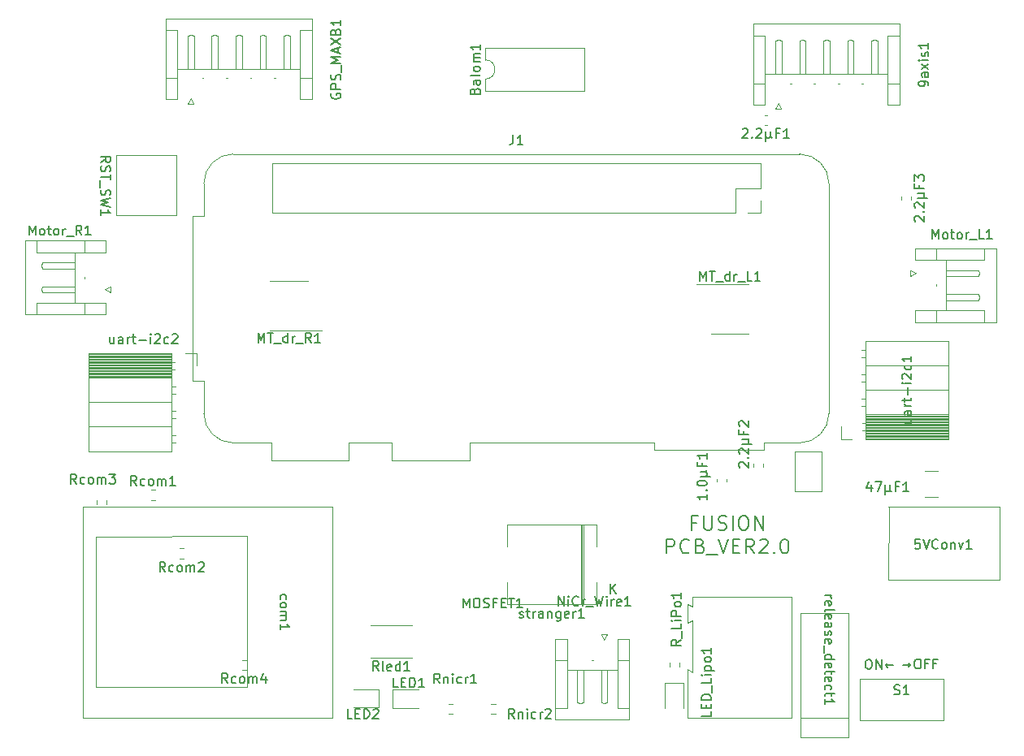
<source format=gto>
%TF.GenerationSoftware,KiCad,Pcbnew,(6.0.6)*%
%TF.CreationDate,2022-07-27T09:36:35+09:00*%
%TF.ProjectId,arliss,61726c69-7373-42e6-9b69-6361645f7063,rev?*%
%TF.SameCoordinates,Original*%
%TF.FileFunction,Legend,Top*%
%TF.FilePolarity,Positive*%
%FSLAX46Y46*%
G04 Gerber Fmt 4.6, Leading zero omitted, Abs format (unit mm)*
G04 Created by KiCad (PCBNEW (6.0.6)) date 2022-07-27 09:36:35*
%MOMM*%
%LPD*%
G01*
G04 APERTURE LIST*
%ADD10C,0.150000*%
%ADD11C,0.120000*%
G04 APERTURE END LIST*
D10*
X146476514Y-103628957D02*
X145976514Y-103628957D01*
X145976514Y-104414671D02*
X145976514Y-102914671D01*
X146690800Y-102914671D01*
X147262228Y-102914671D02*
X147262228Y-104128957D01*
X147333657Y-104271814D01*
X147405085Y-104343242D01*
X147547942Y-104414671D01*
X147833657Y-104414671D01*
X147976514Y-104343242D01*
X148047942Y-104271814D01*
X148119371Y-104128957D01*
X148119371Y-102914671D01*
X148762228Y-104343242D02*
X148976514Y-104414671D01*
X149333657Y-104414671D01*
X149476514Y-104343242D01*
X149547942Y-104271814D01*
X149619371Y-104128957D01*
X149619371Y-103986100D01*
X149547942Y-103843242D01*
X149476514Y-103771814D01*
X149333657Y-103700385D01*
X149047942Y-103628957D01*
X148905085Y-103557528D01*
X148833657Y-103486100D01*
X148762228Y-103343242D01*
X148762228Y-103200385D01*
X148833657Y-103057528D01*
X148905085Y-102986100D01*
X149047942Y-102914671D01*
X149405085Y-102914671D01*
X149619371Y-102986100D01*
X150262228Y-104414671D02*
X150262228Y-102914671D01*
X151262228Y-102914671D02*
X151547942Y-102914671D01*
X151690800Y-102986100D01*
X151833657Y-103128957D01*
X151905085Y-103414671D01*
X151905085Y-103914671D01*
X151833657Y-104200385D01*
X151690800Y-104343242D01*
X151547942Y-104414671D01*
X151262228Y-104414671D01*
X151119371Y-104343242D01*
X150976514Y-104200385D01*
X150905085Y-103914671D01*
X150905085Y-103414671D01*
X150976514Y-103128957D01*
X151119371Y-102986100D01*
X151262228Y-102914671D01*
X152547942Y-104414671D02*
X152547942Y-102914671D01*
X153405085Y-104414671D01*
X153405085Y-102914671D01*
X143369371Y-106829671D02*
X143369371Y-105329671D01*
X143940800Y-105329671D01*
X144083657Y-105401100D01*
X144155085Y-105472528D01*
X144226514Y-105615385D01*
X144226514Y-105829671D01*
X144155085Y-105972528D01*
X144083657Y-106043957D01*
X143940800Y-106115385D01*
X143369371Y-106115385D01*
X145726514Y-106686814D02*
X145655085Y-106758242D01*
X145440800Y-106829671D01*
X145297942Y-106829671D01*
X145083657Y-106758242D01*
X144940800Y-106615385D01*
X144869371Y-106472528D01*
X144797942Y-106186814D01*
X144797942Y-105972528D01*
X144869371Y-105686814D01*
X144940800Y-105543957D01*
X145083657Y-105401100D01*
X145297942Y-105329671D01*
X145440800Y-105329671D01*
X145655085Y-105401100D01*
X145726514Y-105472528D01*
X146869371Y-106043957D02*
X147083657Y-106115385D01*
X147155085Y-106186814D01*
X147226514Y-106329671D01*
X147226514Y-106543957D01*
X147155085Y-106686814D01*
X147083657Y-106758242D01*
X146940800Y-106829671D01*
X146369371Y-106829671D01*
X146369371Y-105329671D01*
X146869371Y-105329671D01*
X147012228Y-105401100D01*
X147083657Y-105472528D01*
X147155085Y-105615385D01*
X147155085Y-105758242D01*
X147083657Y-105901100D01*
X147012228Y-105972528D01*
X146869371Y-106043957D01*
X146369371Y-106043957D01*
X147512228Y-106972528D02*
X148655085Y-106972528D01*
X148797942Y-105329671D02*
X149297942Y-106829671D01*
X149797942Y-105329671D01*
X150297942Y-106043957D02*
X150797942Y-106043957D01*
X151012228Y-106829671D02*
X150297942Y-106829671D01*
X150297942Y-105329671D01*
X151012228Y-105329671D01*
X152512228Y-106829671D02*
X152012228Y-106115385D01*
X151655085Y-106829671D02*
X151655085Y-105329671D01*
X152226514Y-105329671D01*
X152369371Y-105401100D01*
X152440800Y-105472528D01*
X152512228Y-105615385D01*
X152512228Y-105829671D01*
X152440800Y-105972528D01*
X152369371Y-106043957D01*
X152226514Y-106115385D01*
X151655085Y-106115385D01*
X153083657Y-105472528D02*
X153155085Y-105401100D01*
X153297942Y-105329671D01*
X153655085Y-105329671D01*
X153797942Y-105401100D01*
X153869371Y-105472528D01*
X153940800Y-105615385D01*
X153940800Y-105758242D01*
X153869371Y-105972528D01*
X153012228Y-106829671D01*
X153940800Y-106829671D01*
X154583657Y-106686814D02*
X154655085Y-106758242D01*
X154583657Y-106829671D01*
X154512228Y-106758242D01*
X154583657Y-106686814D01*
X154583657Y-106829671D01*
X155583657Y-105329671D02*
X155726514Y-105329671D01*
X155869371Y-105401100D01*
X155940800Y-105472528D01*
X156012228Y-105615385D01*
X156083657Y-105901100D01*
X156083657Y-106258242D01*
X156012228Y-106543957D01*
X155940800Y-106686814D01*
X155869371Y-106758242D01*
X155726514Y-106829671D01*
X155583657Y-106829671D01*
X155440800Y-106758242D01*
X155369371Y-106686814D01*
X155297942Y-106543957D01*
X155226514Y-106258242D01*
X155226514Y-105901100D01*
X155297942Y-105615385D01*
X155369371Y-105472528D01*
X155440800Y-105401100D01*
X155583657Y-105329671D01*
X168020295Y-118477028D02*
X168782200Y-118477028D01*
X168591723Y-118667504D02*
X168782200Y-118477028D01*
X168591723Y-118286552D01*
X169448866Y-117857980D02*
X169639342Y-117857980D01*
X169734580Y-117905600D01*
X169829819Y-118000838D01*
X169877438Y-118191314D01*
X169877438Y-118524647D01*
X169829819Y-118715123D01*
X169734580Y-118810361D01*
X169639342Y-118857980D01*
X169448866Y-118857980D01*
X169353628Y-118810361D01*
X169258390Y-118715123D01*
X169210771Y-118524647D01*
X169210771Y-118191314D01*
X169258390Y-118000838D01*
X169353628Y-117905600D01*
X169448866Y-117857980D01*
X170639342Y-118334171D02*
X170306009Y-118334171D01*
X170306009Y-118857980D02*
X170306009Y-117857980D01*
X170782200Y-117857980D01*
X171496485Y-118334171D02*
X171163152Y-118334171D01*
X171163152Y-118857980D02*
X171163152Y-117857980D01*
X171639342Y-117857980D01*
X164327704Y-117883380D02*
X164518180Y-117883380D01*
X164613419Y-117931000D01*
X164708657Y-118026238D01*
X164756276Y-118216714D01*
X164756276Y-118550047D01*
X164708657Y-118740523D01*
X164613419Y-118835761D01*
X164518180Y-118883380D01*
X164327704Y-118883380D01*
X164232466Y-118835761D01*
X164137228Y-118740523D01*
X164089609Y-118550047D01*
X164089609Y-118216714D01*
X164137228Y-118026238D01*
X164232466Y-117931000D01*
X164327704Y-117883380D01*
X165184847Y-118883380D02*
X165184847Y-117883380D01*
X165756276Y-118883380D01*
X165756276Y-117883380D01*
X166994371Y-118502428D02*
X166232466Y-118502428D01*
X166422942Y-118692904D02*
X166232466Y-118502428D01*
X166422942Y-118311952D01*
%TO.C,5VConv1*%
X169747619Y-105362380D02*
X169271428Y-105362380D01*
X169223809Y-105838571D01*
X169271428Y-105790952D01*
X169366666Y-105743333D01*
X169604761Y-105743333D01*
X169700000Y-105790952D01*
X169747619Y-105838571D01*
X169795238Y-105933809D01*
X169795238Y-106171904D01*
X169747619Y-106267142D01*
X169700000Y-106314761D01*
X169604761Y-106362380D01*
X169366666Y-106362380D01*
X169271428Y-106314761D01*
X169223809Y-106267142D01*
X170080952Y-105362380D02*
X170414285Y-106362380D01*
X170747619Y-105362380D01*
X171652380Y-106267142D02*
X171604761Y-106314761D01*
X171461904Y-106362380D01*
X171366666Y-106362380D01*
X171223809Y-106314761D01*
X171128571Y-106219523D01*
X171080952Y-106124285D01*
X171033333Y-105933809D01*
X171033333Y-105790952D01*
X171080952Y-105600476D01*
X171128571Y-105505238D01*
X171223809Y-105410000D01*
X171366666Y-105362380D01*
X171461904Y-105362380D01*
X171604761Y-105410000D01*
X171652380Y-105457619D01*
X172223809Y-106362380D02*
X172128571Y-106314761D01*
X172080952Y-106267142D01*
X172033333Y-106171904D01*
X172033333Y-105886190D01*
X172080952Y-105790952D01*
X172128571Y-105743333D01*
X172223809Y-105695714D01*
X172366666Y-105695714D01*
X172461904Y-105743333D01*
X172509523Y-105790952D01*
X172557142Y-105886190D01*
X172557142Y-106171904D01*
X172509523Y-106267142D01*
X172461904Y-106314761D01*
X172366666Y-106362380D01*
X172223809Y-106362380D01*
X172985714Y-105695714D02*
X172985714Y-106362380D01*
X172985714Y-105790952D02*
X173033333Y-105743333D01*
X173128571Y-105695714D01*
X173271428Y-105695714D01*
X173366666Y-105743333D01*
X173414285Y-105838571D01*
X173414285Y-106362380D01*
X173795238Y-105695714D02*
X174033333Y-106362380D01*
X174271428Y-105695714D01*
X175176190Y-106362380D02*
X174604761Y-106362380D01*
X174890476Y-106362380D02*
X174890476Y-105362380D01*
X174795238Y-105505238D01*
X174700000Y-105600476D01*
X174604761Y-105648095D01*
%TO.C,MT_dr_R1*%
X100810714Y-84867380D02*
X100810714Y-83867380D01*
X101144047Y-84581666D01*
X101477380Y-83867380D01*
X101477380Y-84867380D01*
X101810714Y-83867380D02*
X102382142Y-83867380D01*
X102096428Y-84867380D02*
X102096428Y-83867380D01*
X102477380Y-84962619D02*
X103239285Y-84962619D01*
X103905952Y-84867380D02*
X103905952Y-83867380D01*
X103905952Y-84819761D02*
X103810714Y-84867380D01*
X103620238Y-84867380D01*
X103525000Y-84819761D01*
X103477380Y-84772142D01*
X103429761Y-84676904D01*
X103429761Y-84391190D01*
X103477380Y-84295952D01*
X103525000Y-84248333D01*
X103620238Y-84200714D01*
X103810714Y-84200714D01*
X103905952Y-84248333D01*
X104382142Y-84867380D02*
X104382142Y-84200714D01*
X104382142Y-84391190D02*
X104429761Y-84295952D01*
X104477380Y-84248333D01*
X104572619Y-84200714D01*
X104667857Y-84200714D01*
X104763095Y-84962619D02*
X105525000Y-84962619D01*
X106334523Y-84867380D02*
X106001190Y-84391190D01*
X105763095Y-84867380D02*
X105763095Y-83867380D01*
X106144047Y-83867380D01*
X106239285Y-83915000D01*
X106286904Y-83962619D01*
X106334523Y-84057857D01*
X106334523Y-84200714D01*
X106286904Y-84295952D01*
X106239285Y-84343571D01*
X106144047Y-84391190D01*
X105763095Y-84391190D01*
X107286904Y-84867380D02*
X106715476Y-84867380D01*
X107001190Y-84867380D02*
X107001190Y-83867380D01*
X106905952Y-84010238D01*
X106810714Y-84105476D01*
X106715476Y-84153095D01*
%TO.C,uart-i2c2*%
X85818571Y-84295714D02*
X85818571Y-84962380D01*
X85390000Y-84295714D02*
X85390000Y-84819523D01*
X85437619Y-84914761D01*
X85532857Y-84962380D01*
X85675714Y-84962380D01*
X85770952Y-84914761D01*
X85818571Y-84867142D01*
X86723333Y-84962380D02*
X86723333Y-84438571D01*
X86675714Y-84343333D01*
X86580476Y-84295714D01*
X86390000Y-84295714D01*
X86294761Y-84343333D01*
X86723333Y-84914761D02*
X86628095Y-84962380D01*
X86390000Y-84962380D01*
X86294761Y-84914761D01*
X86247142Y-84819523D01*
X86247142Y-84724285D01*
X86294761Y-84629047D01*
X86390000Y-84581428D01*
X86628095Y-84581428D01*
X86723333Y-84533809D01*
X87199523Y-84962380D02*
X87199523Y-84295714D01*
X87199523Y-84486190D02*
X87247142Y-84390952D01*
X87294761Y-84343333D01*
X87390000Y-84295714D01*
X87485238Y-84295714D01*
X87675714Y-84295714D02*
X88056666Y-84295714D01*
X87818571Y-83962380D02*
X87818571Y-84819523D01*
X87866190Y-84914761D01*
X87961428Y-84962380D01*
X88056666Y-84962380D01*
X88390000Y-84581428D02*
X89151904Y-84581428D01*
X89628095Y-84962380D02*
X89628095Y-84295714D01*
X89628095Y-83962380D02*
X89580476Y-84010000D01*
X89628095Y-84057619D01*
X89675714Y-84010000D01*
X89628095Y-83962380D01*
X89628095Y-84057619D01*
X90056666Y-84057619D02*
X90104285Y-84010000D01*
X90199523Y-83962380D01*
X90437619Y-83962380D01*
X90532857Y-84010000D01*
X90580476Y-84057619D01*
X90628095Y-84152857D01*
X90628095Y-84248095D01*
X90580476Y-84390952D01*
X90009047Y-84962380D01*
X90628095Y-84962380D01*
X91485238Y-84914761D02*
X91390000Y-84962380D01*
X91199523Y-84962380D01*
X91104285Y-84914761D01*
X91056666Y-84867142D01*
X91009047Y-84771904D01*
X91009047Y-84486190D01*
X91056666Y-84390952D01*
X91104285Y-84343333D01*
X91199523Y-84295714D01*
X91390000Y-84295714D01*
X91485238Y-84343333D01*
X91866190Y-84057619D02*
X91913809Y-84010000D01*
X92009047Y-83962380D01*
X92247142Y-83962380D01*
X92342380Y-84010000D01*
X92390000Y-84057619D01*
X92437619Y-84152857D01*
X92437619Y-84248095D01*
X92390000Y-84390952D01*
X91818571Y-84962380D01*
X92437619Y-84962380D01*
%TO.C,uart-i2c1*%
X168200714Y-92891428D02*
X168867380Y-92891428D01*
X168200714Y-93320000D02*
X168724523Y-93320000D01*
X168819761Y-93272380D01*
X168867380Y-93177142D01*
X168867380Y-93034285D01*
X168819761Y-92939047D01*
X168772142Y-92891428D01*
X168867380Y-91986666D02*
X168343571Y-91986666D01*
X168248333Y-92034285D01*
X168200714Y-92129523D01*
X168200714Y-92320000D01*
X168248333Y-92415238D01*
X168819761Y-91986666D02*
X168867380Y-92081904D01*
X168867380Y-92320000D01*
X168819761Y-92415238D01*
X168724523Y-92462857D01*
X168629285Y-92462857D01*
X168534047Y-92415238D01*
X168486428Y-92320000D01*
X168486428Y-92081904D01*
X168438809Y-91986666D01*
X168867380Y-91510476D02*
X168200714Y-91510476D01*
X168391190Y-91510476D02*
X168295952Y-91462857D01*
X168248333Y-91415238D01*
X168200714Y-91320000D01*
X168200714Y-91224761D01*
X168200714Y-91034285D02*
X168200714Y-90653333D01*
X167867380Y-90891428D02*
X168724523Y-90891428D01*
X168819761Y-90843809D01*
X168867380Y-90748571D01*
X168867380Y-90653333D01*
X168486428Y-90320000D02*
X168486428Y-89558095D01*
X168867380Y-89081904D02*
X168200714Y-89081904D01*
X167867380Y-89081904D02*
X167915000Y-89129523D01*
X167962619Y-89081904D01*
X167915000Y-89034285D01*
X167867380Y-89081904D01*
X167962619Y-89081904D01*
X167962619Y-88653333D02*
X167915000Y-88605714D01*
X167867380Y-88510476D01*
X167867380Y-88272380D01*
X167915000Y-88177142D01*
X167962619Y-88129523D01*
X168057857Y-88081904D01*
X168153095Y-88081904D01*
X168295952Y-88129523D01*
X168867380Y-88700952D01*
X168867380Y-88081904D01*
X168819761Y-87224761D02*
X168867380Y-87320000D01*
X168867380Y-87510476D01*
X168819761Y-87605714D01*
X168772142Y-87653333D01*
X168676904Y-87700952D01*
X168391190Y-87700952D01*
X168295952Y-87653333D01*
X168248333Y-87605714D01*
X168200714Y-87510476D01*
X168200714Y-87320000D01*
X168248333Y-87224761D01*
X168867380Y-86272380D02*
X168867380Y-86843809D01*
X168867380Y-86558095D02*
X167867380Y-86558095D01*
X168010238Y-86653333D01*
X168105476Y-86748571D01*
X168153095Y-86843809D01*
%TO.C,R_LiPo1*%
X144867380Y-115842857D02*
X144391190Y-116176190D01*
X144867380Y-116414285D02*
X143867380Y-116414285D01*
X143867380Y-116033333D01*
X143915000Y-115938095D01*
X143962619Y-115890476D01*
X144057857Y-115842857D01*
X144200714Y-115842857D01*
X144295952Y-115890476D01*
X144343571Y-115938095D01*
X144391190Y-116033333D01*
X144391190Y-116414285D01*
X144962619Y-115652380D02*
X144962619Y-114890476D01*
X144867380Y-114176190D02*
X144867380Y-114652380D01*
X143867380Y-114652380D01*
X144867380Y-113842857D02*
X144200714Y-113842857D01*
X143867380Y-113842857D02*
X143915000Y-113890476D01*
X143962619Y-113842857D01*
X143915000Y-113795238D01*
X143867380Y-113842857D01*
X143962619Y-113842857D01*
X144867380Y-113366666D02*
X143867380Y-113366666D01*
X143867380Y-112985714D01*
X143915000Y-112890476D01*
X143962619Y-112842857D01*
X144057857Y-112795238D01*
X144200714Y-112795238D01*
X144295952Y-112842857D01*
X144343571Y-112890476D01*
X144391190Y-112985714D01*
X144391190Y-113366666D01*
X144867380Y-112223809D02*
X144819761Y-112319047D01*
X144772142Y-112366666D01*
X144676904Y-112414285D01*
X144391190Y-112414285D01*
X144295952Y-112366666D01*
X144248333Y-112319047D01*
X144200714Y-112223809D01*
X144200714Y-112080952D01*
X144248333Y-111985714D01*
X144295952Y-111938095D01*
X144391190Y-111890476D01*
X144676904Y-111890476D01*
X144772142Y-111938095D01*
X144819761Y-111985714D01*
X144867380Y-112080952D01*
X144867380Y-112223809D01*
X144867380Y-110938095D02*
X144867380Y-111509523D01*
X144867380Y-111223809D02*
X143867380Y-111223809D01*
X144010238Y-111319047D01*
X144105476Y-111414285D01*
X144153095Y-111509523D01*
%TO.C,RST_SW1*%
X84443019Y-66067619D02*
X84919209Y-65734285D01*
X84443019Y-65496190D02*
X85443019Y-65496190D01*
X85443019Y-65877142D01*
X85395400Y-65972380D01*
X85347780Y-66020000D01*
X85252542Y-66067619D01*
X85109685Y-66067619D01*
X85014447Y-66020000D01*
X84966828Y-65972380D01*
X84919209Y-65877142D01*
X84919209Y-65496190D01*
X84490638Y-66448571D02*
X84443019Y-66591428D01*
X84443019Y-66829523D01*
X84490638Y-66924761D01*
X84538257Y-66972380D01*
X84633495Y-67020000D01*
X84728733Y-67020000D01*
X84823971Y-66972380D01*
X84871590Y-66924761D01*
X84919209Y-66829523D01*
X84966828Y-66639047D01*
X85014447Y-66543809D01*
X85062066Y-66496190D01*
X85157304Y-66448571D01*
X85252542Y-66448571D01*
X85347780Y-66496190D01*
X85395400Y-66543809D01*
X85443019Y-66639047D01*
X85443019Y-66877142D01*
X85395400Y-67020000D01*
X85443019Y-67305714D02*
X85443019Y-67877142D01*
X84443019Y-67591428D02*
X85443019Y-67591428D01*
X84347780Y-67972380D02*
X84347780Y-68734285D01*
X84490638Y-68924761D02*
X84443019Y-69067619D01*
X84443019Y-69305714D01*
X84490638Y-69400952D01*
X84538257Y-69448571D01*
X84633495Y-69496190D01*
X84728733Y-69496190D01*
X84823971Y-69448571D01*
X84871590Y-69400952D01*
X84919209Y-69305714D01*
X84966828Y-69115238D01*
X85014447Y-69020000D01*
X85062066Y-68972380D01*
X85157304Y-68924761D01*
X85252542Y-68924761D01*
X85347780Y-68972380D01*
X85395400Y-69020000D01*
X85443019Y-69115238D01*
X85443019Y-69353333D01*
X85395400Y-69496190D01*
X85443019Y-69829523D02*
X84443019Y-70067619D01*
X85157304Y-70258095D01*
X84443019Y-70448571D01*
X85443019Y-70686666D01*
X84443019Y-71591428D02*
X84443019Y-71020000D01*
X84443019Y-71305714D02*
X85443019Y-71305714D01*
X85300161Y-71210476D01*
X85204923Y-71115238D01*
X85157304Y-71020000D01*
%TO.C,Rnicr2*%
X127521561Y-124039580D02*
X127188228Y-123563390D01*
X126950133Y-124039580D02*
X126950133Y-123039580D01*
X127331085Y-123039580D01*
X127426323Y-123087200D01*
X127473942Y-123134819D01*
X127521561Y-123230057D01*
X127521561Y-123372914D01*
X127473942Y-123468152D01*
X127426323Y-123515771D01*
X127331085Y-123563390D01*
X126950133Y-123563390D01*
X127950133Y-123372914D02*
X127950133Y-124039580D01*
X127950133Y-123468152D02*
X127997752Y-123420533D01*
X128092990Y-123372914D01*
X128235847Y-123372914D01*
X128331085Y-123420533D01*
X128378704Y-123515771D01*
X128378704Y-124039580D01*
X128854895Y-124039580D02*
X128854895Y-123372914D01*
X128854895Y-123039580D02*
X128807276Y-123087200D01*
X128854895Y-123134819D01*
X128902514Y-123087200D01*
X128854895Y-123039580D01*
X128854895Y-123134819D01*
X129759657Y-123991961D02*
X129664419Y-124039580D01*
X129473942Y-124039580D01*
X129378704Y-123991961D01*
X129331085Y-123944342D01*
X129283466Y-123849104D01*
X129283466Y-123563390D01*
X129331085Y-123468152D01*
X129378704Y-123420533D01*
X129473942Y-123372914D01*
X129664419Y-123372914D01*
X129759657Y-123420533D01*
X130188228Y-124039580D02*
X130188228Y-123372914D01*
X130188228Y-123563390D02*
X130235847Y-123468152D01*
X130283466Y-123420533D01*
X130378704Y-123372914D01*
X130473942Y-123372914D01*
X130759657Y-123134819D02*
X130807276Y-123087200D01*
X130902514Y-123039580D01*
X131140609Y-123039580D01*
X131235847Y-123087200D01*
X131283466Y-123134819D01*
X131331085Y-123230057D01*
X131331085Y-123325295D01*
X131283466Y-123468152D01*
X130712038Y-124039580D01*
X131331085Y-124039580D01*
%TO.C,Rnicr1*%
X119749161Y-120381980D02*
X119415828Y-119905790D01*
X119177733Y-120381980D02*
X119177733Y-119381980D01*
X119558685Y-119381980D01*
X119653923Y-119429600D01*
X119701542Y-119477219D01*
X119749161Y-119572457D01*
X119749161Y-119715314D01*
X119701542Y-119810552D01*
X119653923Y-119858171D01*
X119558685Y-119905790D01*
X119177733Y-119905790D01*
X120177733Y-119715314D02*
X120177733Y-120381980D01*
X120177733Y-119810552D02*
X120225352Y-119762933D01*
X120320590Y-119715314D01*
X120463447Y-119715314D01*
X120558685Y-119762933D01*
X120606304Y-119858171D01*
X120606304Y-120381980D01*
X121082495Y-120381980D02*
X121082495Y-119715314D01*
X121082495Y-119381980D02*
X121034876Y-119429600D01*
X121082495Y-119477219D01*
X121130114Y-119429600D01*
X121082495Y-119381980D01*
X121082495Y-119477219D01*
X121987257Y-120334361D02*
X121892019Y-120381980D01*
X121701542Y-120381980D01*
X121606304Y-120334361D01*
X121558685Y-120286742D01*
X121511066Y-120191504D01*
X121511066Y-119905790D01*
X121558685Y-119810552D01*
X121606304Y-119762933D01*
X121701542Y-119715314D01*
X121892019Y-119715314D01*
X121987257Y-119762933D01*
X122415828Y-120381980D02*
X122415828Y-119715314D01*
X122415828Y-119905790D02*
X122463447Y-119810552D01*
X122511066Y-119762933D01*
X122606304Y-119715314D01*
X122701542Y-119715314D01*
X123558685Y-120381980D02*
X122987257Y-120381980D01*
X123272971Y-120381980D02*
X123272971Y-119381980D01*
X123177733Y-119524838D01*
X123082495Y-119620076D01*
X122987257Y-119667695D01*
%TO.C,release_detect1*%
X159855619Y-111238742D02*
X160522285Y-111238742D01*
X160331809Y-111238742D02*
X160427047Y-111286361D01*
X160474666Y-111333980D01*
X160522285Y-111429219D01*
X160522285Y-111524457D01*
X159903238Y-112238742D02*
X159855619Y-112143504D01*
X159855619Y-111953028D01*
X159903238Y-111857790D01*
X159998476Y-111810171D01*
X160379428Y-111810171D01*
X160474666Y-111857790D01*
X160522285Y-111953028D01*
X160522285Y-112143504D01*
X160474666Y-112238742D01*
X160379428Y-112286361D01*
X160284190Y-112286361D01*
X160188952Y-111810171D01*
X159855619Y-112857790D02*
X159903238Y-112762552D01*
X159998476Y-112714933D01*
X160855619Y-112714933D01*
X159903238Y-113619695D02*
X159855619Y-113524457D01*
X159855619Y-113333980D01*
X159903238Y-113238742D01*
X159998476Y-113191123D01*
X160379428Y-113191123D01*
X160474666Y-113238742D01*
X160522285Y-113333980D01*
X160522285Y-113524457D01*
X160474666Y-113619695D01*
X160379428Y-113667314D01*
X160284190Y-113667314D01*
X160188952Y-113191123D01*
X159855619Y-114524457D02*
X160379428Y-114524457D01*
X160474666Y-114476838D01*
X160522285Y-114381600D01*
X160522285Y-114191123D01*
X160474666Y-114095885D01*
X159903238Y-114524457D02*
X159855619Y-114429219D01*
X159855619Y-114191123D01*
X159903238Y-114095885D01*
X159998476Y-114048266D01*
X160093714Y-114048266D01*
X160188952Y-114095885D01*
X160236571Y-114191123D01*
X160236571Y-114429219D01*
X160284190Y-114524457D01*
X159903238Y-114953028D02*
X159855619Y-115048266D01*
X159855619Y-115238742D01*
X159903238Y-115333980D01*
X159998476Y-115381600D01*
X160046095Y-115381600D01*
X160141333Y-115333980D01*
X160188952Y-115238742D01*
X160188952Y-115095885D01*
X160236571Y-115000647D01*
X160331809Y-114953028D01*
X160379428Y-114953028D01*
X160474666Y-115000647D01*
X160522285Y-115095885D01*
X160522285Y-115238742D01*
X160474666Y-115333980D01*
X159903238Y-116191123D02*
X159855619Y-116095885D01*
X159855619Y-115905409D01*
X159903238Y-115810171D01*
X159998476Y-115762552D01*
X160379428Y-115762552D01*
X160474666Y-115810171D01*
X160522285Y-115905409D01*
X160522285Y-116095885D01*
X160474666Y-116191123D01*
X160379428Y-116238742D01*
X160284190Y-116238742D01*
X160188952Y-115762552D01*
X159760380Y-116429219D02*
X159760380Y-117191123D01*
X159855619Y-117857790D02*
X160855619Y-117857790D01*
X159903238Y-117857790D02*
X159855619Y-117762552D01*
X159855619Y-117572076D01*
X159903238Y-117476838D01*
X159950857Y-117429219D01*
X160046095Y-117381600D01*
X160331809Y-117381600D01*
X160427047Y-117429219D01*
X160474666Y-117476838D01*
X160522285Y-117572076D01*
X160522285Y-117762552D01*
X160474666Y-117857790D01*
X159903238Y-118714933D02*
X159855619Y-118619695D01*
X159855619Y-118429219D01*
X159903238Y-118333980D01*
X159998476Y-118286361D01*
X160379428Y-118286361D01*
X160474666Y-118333980D01*
X160522285Y-118429219D01*
X160522285Y-118619695D01*
X160474666Y-118714933D01*
X160379428Y-118762552D01*
X160284190Y-118762552D01*
X160188952Y-118286361D01*
X160522285Y-119048266D02*
X160522285Y-119429219D01*
X160855619Y-119191123D02*
X159998476Y-119191123D01*
X159903238Y-119238742D01*
X159855619Y-119333980D01*
X159855619Y-119429219D01*
X159903238Y-120143504D02*
X159855619Y-120048266D01*
X159855619Y-119857790D01*
X159903238Y-119762552D01*
X159998476Y-119714933D01*
X160379428Y-119714933D01*
X160474666Y-119762552D01*
X160522285Y-119857790D01*
X160522285Y-120048266D01*
X160474666Y-120143504D01*
X160379428Y-120191123D01*
X160284190Y-120191123D01*
X160188952Y-119714933D01*
X159903238Y-121048266D02*
X159855619Y-120953028D01*
X159855619Y-120762552D01*
X159903238Y-120667314D01*
X159950857Y-120619695D01*
X160046095Y-120572076D01*
X160331809Y-120572076D01*
X160427047Y-120619695D01*
X160474666Y-120667314D01*
X160522285Y-120762552D01*
X160522285Y-120953028D01*
X160474666Y-121048266D01*
X160522285Y-121333980D02*
X160522285Y-121714933D01*
X160855619Y-121476838D02*
X159998476Y-121476838D01*
X159903238Y-121524457D01*
X159855619Y-121619695D01*
X159855619Y-121714933D01*
X159855619Y-122572076D02*
X159855619Y-122000647D01*
X159855619Y-122286361D02*
X160855619Y-122286361D01*
X160712761Y-122191123D01*
X160617523Y-122095885D01*
X160569904Y-122000647D01*
%TO.C,Rcom4*%
X97645714Y-120352380D02*
X97312380Y-119876190D01*
X97074285Y-120352380D02*
X97074285Y-119352380D01*
X97455238Y-119352380D01*
X97550476Y-119400000D01*
X97598095Y-119447619D01*
X97645714Y-119542857D01*
X97645714Y-119685714D01*
X97598095Y-119780952D01*
X97550476Y-119828571D01*
X97455238Y-119876190D01*
X97074285Y-119876190D01*
X98502857Y-120304761D02*
X98407619Y-120352380D01*
X98217142Y-120352380D01*
X98121904Y-120304761D01*
X98074285Y-120257142D01*
X98026666Y-120161904D01*
X98026666Y-119876190D01*
X98074285Y-119780952D01*
X98121904Y-119733333D01*
X98217142Y-119685714D01*
X98407619Y-119685714D01*
X98502857Y-119733333D01*
X99074285Y-120352380D02*
X98979047Y-120304761D01*
X98931428Y-120257142D01*
X98883809Y-120161904D01*
X98883809Y-119876190D01*
X98931428Y-119780952D01*
X98979047Y-119733333D01*
X99074285Y-119685714D01*
X99217142Y-119685714D01*
X99312380Y-119733333D01*
X99360000Y-119780952D01*
X99407619Y-119876190D01*
X99407619Y-120161904D01*
X99360000Y-120257142D01*
X99312380Y-120304761D01*
X99217142Y-120352380D01*
X99074285Y-120352380D01*
X99836190Y-120352380D02*
X99836190Y-119685714D01*
X99836190Y-119780952D02*
X99883809Y-119733333D01*
X99979047Y-119685714D01*
X100121904Y-119685714D01*
X100217142Y-119733333D01*
X100264761Y-119828571D01*
X100264761Y-120352380D01*
X100264761Y-119828571D02*
X100312380Y-119733333D01*
X100407619Y-119685714D01*
X100550476Y-119685714D01*
X100645714Y-119733333D01*
X100693333Y-119828571D01*
X100693333Y-120352380D01*
X101598095Y-119685714D02*
X101598095Y-120352380D01*
X101360000Y-119304761D02*
X101121904Y-120019047D01*
X101740952Y-120019047D01*
%TO.C,Rcom3*%
X81885714Y-99579380D02*
X81552380Y-99103190D01*
X81314285Y-99579380D02*
X81314285Y-98579380D01*
X81695238Y-98579380D01*
X81790476Y-98627000D01*
X81838095Y-98674619D01*
X81885714Y-98769857D01*
X81885714Y-98912714D01*
X81838095Y-99007952D01*
X81790476Y-99055571D01*
X81695238Y-99103190D01*
X81314285Y-99103190D01*
X82742857Y-99531761D02*
X82647619Y-99579380D01*
X82457142Y-99579380D01*
X82361904Y-99531761D01*
X82314285Y-99484142D01*
X82266666Y-99388904D01*
X82266666Y-99103190D01*
X82314285Y-99007952D01*
X82361904Y-98960333D01*
X82457142Y-98912714D01*
X82647619Y-98912714D01*
X82742857Y-98960333D01*
X83314285Y-99579380D02*
X83219047Y-99531761D01*
X83171428Y-99484142D01*
X83123809Y-99388904D01*
X83123809Y-99103190D01*
X83171428Y-99007952D01*
X83219047Y-98960333D01*
X83314285Y-98912714D01*
X83457142Y-98912714D01*
X83552380Y-98960333D01*
X83600000Y-99007952D01*
X83647619Y-99103190D01*
X83647619Y-99388904D01*
X83600000Y-99484142D01*
X83552380Y-99531761D01*
X83457142Y-99579380D01*
X83314285Y-99579380D01*
X84076190Y-99579380D02*
X84076190Y-98912714D01*
X84076190Y-99007952D02*
X84123809Y-98960333D01*
X84219047Y-98912714D01*
X84361904Y-98912714D01*
X84457142Y-98960333D01*
X84504761Y-99055571D01*
X84504761Y-99579380D01*
X84504761Y-99055571D02*
X84552380Y-98960333D01*
X84647619Y-98912714D01*
X84790476Y-98912714D01*
X84885714Y-98960333D01*
X84933333Y-99055571D01*
X84933333Y-99579380D01*
X85314285Y-98579380D02*
X85933333Y-98579380D01*
X85600000Y-98960333D01*
X85742857Y-98960333D01*
X85838095Y-99007952D01*
X85885714Y-99055571D01*
X85933333Y-99150809D01*
X85933333Y-99388904D01*
X85885714Y-99484142D01*
X85838095Y-99531761D01*
X85742857Y-99579380D01*
X85457142Y-99579380D01*
X85361904Y-99531761D01*
X85314285Y-99484142D01*
%TO.C,Rcom2*%
X91145714Y-108732380D02*
X90812380Y-108256190D01*
X90574285Y-108732380D02*
X90574285Y-107732380D01*
X90955238Y-107732380D01*
X91050476Y-107780000D01*
X91098095Y-107827619D01*
X91145714Y-107922857D01*
X91145714Y-108065714D01*
X91098095Y-108160952D01*
X91050476Y-108208571D01*
X90955238Y-108256190D01*
X90574285Y-108256190D01*
X92002857Y-108684761D02*
X91907619Y-108732380D01*
X91717142Y-108732380D01*
X91621904Y-108684761D01*
X91574285Y-108637142D01*
X91526666Y-108541904D01*
X91526666Y-108256190D01*
X91574285Y-108160952D01*
X91621904Y-108113333D01*
X91717142Y-108065714D01*
X91907619Y-108065714D01*
X92002857Y-108113333D01*
X92574285Y-108732380D02*
X92479047Y-108684761D01*
X92431428Y-108637142D01*
X92383809Y-108541904D01*
X92383809Y-108256190D01*
X92431428Y-108160952D01*
X92479047Y-108113333D01*
X92574285Y-108065714D01*
X92717142Y-108065714D01*
X92812380Y-108113333D01*
X92860000Y-108160952D01*
X92907619Y-108256190D01*
X92907619Y-108541904D01*
X92860000Y-108637142D01*
X92812380Y-108684761D01*
X92717142Y-108732380D01*
X92574285Y-108732380D01*
X93336190Y-108732380D02*
X93336190Y-108065714D01*
X93336190Y-108160952D02*
X93383809Y-108113333D01*
X93479047Y-108065714D01*
X93621904Y-108065714D01*
X93717142Y-108113333D01*
X93764761Y-108208571D01*
X93764761Y-108732380D01*
X93764761Y-108208571D02*
X93812380Y-108113333D01*
X93907619Y-108065714D01*
X94050476Y-108065714D01*
X94145714Y-108113333D01*
X94193333Y-108208571D01*
X94193333Y-108732380D01*
X94621904Y-107827619D02*
X94669523Y-107780000D01*
X94764761Y-107732380D01*
X95002857Y-107732380D01*
X95098095Y-107780000D01*
X95145714Y-107827619D01*
X95193333Y-107922857D01*
X95193333Y-108018095D01*
X95145714Y-108160952D01*
X94574285Y-108732380D01*
X95193333Y-108732380D01*
%TO.C,Rcom1*%
X88155714Y-99752380D02*
X87822380Y-99276190D01*
X87584285Y-99752380D02*
X87584285Y-98752380D01*
X87965238Y-98752380D01*
X88060476Y-98800000D01*
X88108095Y-98847619D01*
X88155714Y-98942857D01*
X88155714Y-99085714D01*
X88108095Y-99180952D01*
X88060476Y-99228571D01*
X87965238Y-99276190D01*
X87584285Y-99276190D01*
X89012857Y-99704761D02*
X88917619Y-99752380D01*
X88727142Y-99752380D01*
X88631904Y-99704761D01*
X88584285Y-99657142D01*
X88536666Y-99561904D01*
X88536666Y-99276190D01*
X88584285Y-99180952D01*
X88631904Y-99133333D01*
X88727142Y-99085714D01*
X88917619Y-99085714D01*
X89012857Y-99133333D01*
X89584285Y-99752380D02*
X89489047Y-99704761D01*
X89441428Y-99657142D01*
X89393809Y-99561904D01*
X89393809Y-99276190D01*
X89441428Y-99180952D01*
X89489047Y-99133333D01*
X89584285Y-99085714D01*
X89727142Y-99085714D01*
X89822380Y-99133333D01*
X89870000Y-99180952D01*
X89917619Y-99276190D01*
X89917619Y-99561904D01*
X89870000Y-99657142D01*
X89822380Y-99704761D01*
X89727142Y-99752380D01*
X89584285Y-99752380D01*
X90346190Y-99752380D02*
X90346190Y-99085714D01*
X90346190Y-99180952D02*
X90393809Y-99133333D01*
X90489047Y-99085714D01*
X90631904Y-99085714D01*
X90727142Y-99133333D01*
X90774761Y-99228571D01*
X90774761Y-99752380D01*
X90774761Y-99228571D02*
X90822380Y-99133333D01*
X90917619Y-99085714D01*
X91060476Y-99085714D01*
X91155714Y-99133333D01*
X91203333Y-99228571D01*
X91203333Y-99752380D01*
X92203333Y-99752380D02*
X91631904Y-99752380D01*
X91917619Y-99752380D02*
X91917619Y-98752380D01*
X91822380Y-98895238D01*
X91727142Y-98990476D01*
X91631904Y-99038095D01*
%TO.C,MT_dr_L1*%
X146830952Y-78402380D02*
X146830952Y-77402380D01*
X147164285Y-78116666D01*
X147497619Y-77402380D01*
X147497619Y-78402380D01*
X147830952Y-77402380D02*
X148402380Y-77402380D01*
X148116666Y-78402380D02*
X148116666Y-77402380D01*
X148497619Y-78497619D02*
X149259523Y-78497619D01*
X149926190Y-78402380D02*
X149926190Y-77402380D01*
X149926190Y-78354761D02*
X149830952Y-78402380D01*
X149640476Y-78402380D01*
X149545238Y-78354761D01*
X149497619Y-78307142D01*
X149450000Y-78211904D01*
X149450000Y-77926190D01*
X149497619Y-77830952D01*
X149545238Y-77783333D01*
X149640476Y-77735714D01*
X149830952Y-77735714D01*
X149926190Y-77783333D01*
X150402380Y-78402380D02*
X150402380Y-77735714D01*
X150402380Y-77926190D02*
X150450000Y-77830952D01*
X150497619Y-77783333D01*
X150592857Y-77735714D01*
X150688095Y-77735714D01*
X150783333Y-78497619D02*
X151545238Y-78497619D01*
X152259523Y-78402380D02*
X151783333Y-78402380D01*
X151783333Y-77402380D01*
X153116666Y-78402380D02*
X152545238Y-78402380D01*
X152830952Y-78402380D02*
X152830952Y-77402380D01*
X152735714Y-77545238D01*
X152640476Y-77640476D01*
X152545238Y-77688095D01*
%TO.C,LED_Lipo1*%
X148012380Y-123317619D02*
X148012380Y-123793809D01*
X147012380Y-123793809D01*
X147488571Y-122984285D02*
X147488571Y-122650952D01*
X148012380Y-122508095D02*
X148012380Y-122984285D01*
X147012380Y-122984285D01*
X147012380Y-122508095D01*
X148012380Y-122079523D02*
X147012380Y-122079523D01*
X147012380Y-121841428D01*
X147060000Y-121698571D01*
X147155238Y-121603333D01*
X147250476Y-121555714D01*
X147440952Y-121508095D01*
X147583809Y-121508095D01*
X147774285Y-121555714D01*
X147869523Y-121603333D01*
X147964761Y-121698571D01*
X148012380Y-121841428D01*
X148012380Y-122079523D01*
X148107619Y-121317619D02*
X148107619Y-120555714D01*
X148012380Y-119841428D02*
X148012380Y-120317619D01*
X147012380Y-120317619D01*
X148012380Y-119508095D02*
X147345714Y-119508095D01*
X147012380Y-119508095D02*
X147060000Y-119555714D01*
X147107619Y-119508095D01*
X147060000Y-119460476D01*
X147012380Y-119508095D01*
X147107619Y-119508095D01*
X147345714Y-119031904D02*
X148345714Y-119031904D01*
X147393333Y-119031904D02*
X147345714Y-118936666D01*
X147345714Y-118746190D01*
X147393333Y-118650952D01*
X147440952Y-118603333D01*
X147536190Y-118555714D01*
X147821904Y-118555714D01*
X147917142Y-118603333D01*
X147964761Y-118650952D01*
X148012380Y-118746190D01*
X148012380Y-118936666D01*
X147964761Y-119031904D01*
X148012380Y-117984285D02*
X147964761Y-118079523D01*
X147917142Y-118127142D01*
X147821904Y-118174761D01*
X147536190Y-118174761D01*
X147440952Y-118127142D01*
X147393333Y-118079523D01*
X147345714Y-117984285D01*
X147345714Y-117841428D01*
X147393333Y-117746190D01*
X147440952Y-117698571D01*
X147536190Y-117650952D01*
X147821904Y-117650952D01*
X147917142Y-117698571D01*
X147964761Y-117746190D01*
X148012380Y-117841428D01*
X148012380Y-117984285D01*
X148012380Y-116698571D02*
X148012380Y-117270000D01*
X148012380Y-116984285D02*
X147012380Y-116984285D01*
X147155238Y-117079523D01*
X147250476Y-117174761D01*
X147298095Y-117270000D01*
%TO.C,J1*%
X127391666Y-63207380D02*
X127391666Y-63921666D01*
X127344047Y-64064523D01*
X127248809Y-64159761D01*
X127105952Y-64207380D01*
X127010714Y-64207380D01*
X128391666Y-64207380D02*
X127820238Y-64207380D01*
X128105952Y-64207380D02*
X128105952Y-63207380D01*
X128010714Y-63350238D01*
X127915476Y-63445476D01*
X127820238Y-63493095D01*
%TO.C,com1*%
X103145238Y-111592857D02*
X103097619Y-111497619D01*
X103097619Y-111307142D01*
X103145238Y-111211904D01*
X103192857Y-111164285D01*
X103288095Y-111116666D01*
X103573809Y-111116666D01*
X103669047Y-111164285D01*
X103716666Y-111211904D01*
X103764285Y-111307142D01*
X103764285Y-111497619D01*
X103716666Y-111592857D01*
X103097619Y-112164285D02*
X103145238Y-112069047D01*
X103192857Y-112021428D01*
X103288095Y-111973809D01*
X103573809Y-111973809D01*
X103669047Y-112021428D01*
X103716666Y-112069047D01*
X103764285Y-112164285D01*
X103764285Y-112307142D01*
X103716666Y-112402380D01*
X103669047Y-112450000D01*
X103573809Y-112497619D01*
X103288095Y-112497619D01*
X103192857Y-112450000D01*
X103145238Y-112402380D01*
X103097619Y-112307142D01*
X103097619Y-112164285D01*
X103097619Y-112926190D02*
X103764285Y-112926190D01*
X103669047Y-112926190D02*
X103716666Y-112973809D01*
X103764285Y-113069047D01*
X103764285Y-113211904D01*
X103716666Y-113307142D01*
X103621428Y-113354761D01*
X103097619Y-113354761D01*
X103621428Y-113354761D02*
X103716666Y-113402380D01*
X103764285Y-113497619D01*
X103764285Y-113640476D01*
X103716666Y-113735714D01*
X103621428Y-113783333D01*
X103097619Y-113783333D01*
X103097619Y-114783333D02*
X103097619Y-114211904D01*
X103097619Y-114497619D02*
X104097619Y-114497619D01*
X103954761Y-114402380D01*
X103859523Y-114307142D01*
X103811904Y-114211904D01*
%TO.C,Balom1*%
X123408571Y-58613095D02*
X123456190Y-58470238D01*
X123503809Y-58422619D01*
X123599047Y-58375000D01*
X123741904Y-58375000D01*
X123837142Y-58422619D01*
X123884761Y-58470238D01*
X123932380Y-58565476D01*
X123932380Y-58946428D01*
X122932380Y-58946428D01*
X122932380Y-58613095D01*
X122980000Y-58517857D01*
X123027619Y-58470238D01*
X123122857Y-58422619D01*
X123218095Y-58422619D01*
X123313333Y-58470238D01*
X123360952Y-58517857D01*
X123408571Y-58613095D01*
X123408571Y-58946428D01*
X123932380Y-57517857D02*
X123408571Y-57517857D01*
X123313333Y-57565476D01*
X123265714Y-57660714D01*
X123265714Y-57851190D01*
X123313333Y-57946428D01*
X123884761Y-57517857D02*
X123932380Y-57613095D01*
X123932380Y-57851190D01*
X123884761Y-57946428D01*
X123789523Y-57994047D01*
X123694285Y-57994047D01*
X123599047Y-57946428D01*
X123551428Y-57851190D01*
X123551428Y-57613095D01*
X123503809Y-57517857D01*
X123932380Y-56898809D02*
X123884761Y-56994047D01*
X123789523Y-57041666D01*
X122932380Y-57041666D01*
X123932380Y-56375000D02*
X123884761Y-56470238D01*
X123837142Y-56517857D01*
X123741904Y-56565476D01*
X123456190Y-56565476D01*
X123360952Y-56517857D01*
X123313333Y-56470238D01*
X123265714Y-56375000D01*
X123265714Y-56232142D01*
X123313333Y-56136904D01*
X123360952Y-56089285D01*
X123456190Y-56041666D01*
X123741904Y-56041666D01*
X123837142Y-56089285D01*
X123884761Y-56136904D01*
X123932380Y-56232142D01*
X123932380Y-56375000D01*
X123932380Y-55613095D02*
X123265714Y-55613095D01*
X123360952Y-55613095D02*
X123313333Y-55565476D01*
X123265714Y-55470238D01*
X123265714Y-55327380D01*
X123313333Y-55232142D01*
X123408571Y-55184523D01*
X123932380Y-55184523D01*
X123408571Y-55184523D02*
X123313333Y-55136904D01*
X123265714Y-55041666D01*
X123265714Y-54898809D01*
X123313333Y-54803571D01*
X123408571Y-54755952D01*
X123932380Y-54755952D01*
X123932380Y-53755952D02*
X123932380Y-54327380D01*
X123932380Y-54041666D02*
X122932380Y-54041666D01*
X123075238Y-54136904D01*
X123170476Y-54232142D01*
X123218095Y-54327380D01*
%TO.C,47\u03BCF1*%
X164685714Y-99715714D02*
X164685714Y-100382380D01*
X164447619Y-99334761D02*
X164209523Y-100049047D01*
X164828571Y-100049047D01*
X165114285Y-99382380D02*
X165780952Y-99382380D01*
X165352380Y-100382380D01*
X166161904Y-99715714D02*
X166161904Y-100715714D01*
X166638095Y-100239523D02*
X166685714Y-100334761D01*
X166780952Y-100382380D01*
X166161904Y-100239523D02*
X166209523Y-100334761D01*
X166304761Y-100382380D01*
X166495238Y-100382380D01*
X166590476Y-100334761D01*
X166638095Y-100239523D01*
X166638095Y-99715714D01*
X167542857Y-99858571D02*
X167209523Y-99858571D01*
X167209523Y-100382380D02*
X167209523Y-99382380D01*
X167685714Y-99382380D01*
X168590476Y-100382380D02*
X168019047Y-100382380D01*
X168304761Y-100382380D02*
X168304761Y-99382380D01*
X168209523Y-99525238D01*
X168114285Y-99620476D01*
X168019047Y-99668095D01*
%TO.C,2.2\u03BCF3*%
X169297619Y-72218571D02*
X169250000Y-72170952D01*
X169202380Y-72075714D01*
X169202380Y-71837619D01*
X169250000Y-71742380D01*
X169297619Y-71694761D01*
X169392857Y-71647142D01*
X169488095Y-71647142D01*
X169630952Y-71694761D01*
X170202380Y-72266190D01*
X170202380Y-71647142D01*
X170107142Y-71218571D02*
X170154761Y-71170952D01*
X170202380Y-71218571D01*
X170154761Y-71266190D01*
X170107142Y-71218571D01*
X170202380Y-71218571D01*
X169297619Y-70790000D02*
X169250000Y-70742380D01*
X169202380Y-70647142D01*
X169202380Y-70409047D01*
X169250000Y-70313809D01*
X169297619Y-70266190D01*
X169392857Y-70218571D01*
X169488095Y-70218571D01*
X169630952Y-70266190D01*
X170202380Y-70837619D01*
X170202380Y-70218571D01*
X169535714Y-69790000D02*
X170535714Y-69790000D01*
X170059523Y-69313809D02*
X170154761Y-69266190D01*
X170202380Y-69170952D01*
X170059523Y-69790000D02*
X170154761Y-69742380D01*
X170202380Y-69647142D01*
X170202380Y-69456666D01*
X170154761Y-69361428D01*
X170059523Y-69313809D01*
X169535714Y-69313809D01*
X169678571Y-68409047D02*
X169678571Y-68742380D01*
X170202380Y-68742380D02*
X169202380Y-68742380D01*
X169202380Y-68266190D01*
X169202380Y-67980476D02*
X169202380Y-67361428D01*
X169583333Y-67694761D01*
X169583333Y-67551904D01*
X169630952Y-67456666D01*
X169678571Y-67409047D01*
X169773809Y-67361428D01*
X170011904Y-67361428D01*
X170107142Y-67409047D01*
X170154761Y-67456666D01*
X170202380Y-67551904D01*
X170202380Y-67837619D01*
X170154761Y-67932857D01*
X170107142Y-67980476D01*
%TO.C,2.2\u03BCF2*%
X151007619Y-97868571D02*
X150960000Y-97820952D01*
X150912380Y-97725714D01*
X150912380Y-97487619D01*
X150960000Y-97392380D01*
X151007619Y-97344761D01*
X151102857Y-97297142D01*
X151198095Y-97297142D01*
X151340952Y-97344761D01*
X151912380Y-97916190D01*
X151912380Y-97297142D01*
X151817142Y-96868571D02*
X151864761Y-96820952D01*
X151912380Y-96868571D01*
X151864761Y-96916190D01*
X151817142Y-96868571D01*
X151912380Y-96868571D01*
X151007619Y-96440000D02*
X150960000Y-96392380D01*
X150912380Y-96297142D01*
X150912380Y-96059047D01*
X150960000Y-95963809D01*
X151007619Y-95916190D01*
X151102857Y-95868571D01*
X151198095Y-95868571D01*
X151340952Y-95916190D01*
X151912380Y-96487619D01*
X151912380Y-95868571D01*
X151245714Y-95440000D02*
X152245714Y-95440000D01*
X151769523Y-94963809D02*
X151864761Y-94916190D01*
X151912380Y-94820952D01*
X151769523Y-95440000D02*
X151864761Y-95392380D01*
X151912380Y-95297142D01*
X151912380Y-95106666D01*
X151864761Y-95011428D01*
X151769523Y-94963809D01*
X151245714Y-94963809D01*
X151388571Y-94059047D02*
X151388571Y-94392380D01*
X151912380Y-94392380D02*
X150912380Y-94392380D01*
X150912380Y-93916190D01*
X151007619Y-93582857D02*
X150960000Y-93535238D01*
X150912380Y-93440000D01*
X150912380Y-93201904D01*
X150960000Y-93106666D01*
X151007619Y-93059047D01*
X151102857Y-93011428D01*
X151198095Y-93011428D01*
X151340952Y-93059047D01*
X151912380Y-93630476D01*
X151912380Y-93011428D01*
%TO.C,2.2\u03BCF1*%
X151281428Y-62627619D02*
X151329047Y-62580000D01*
X151424285Y-62532380D01*
X151662380Y-62532380D01*
X151757619Y-62580000D01*
X151805238Y-62627619D01*
X151852857Y-62722857D01*
X151852857Y-62818095D01*
X151805238Y-62960952D01*
X151233809Y-63532380D01*
X151852857Y-63532380D01*
X152281428Y-63437142D02*
X152329047Y-63484761D01*
X152281428Y-63532380D01*
X152233809Y-63484761D01*
X152281428Y-63437142D01*
X152281428Y-63532380D01*
X152710000Y-62627619D02*
X152757619Y-62580000D01*
X152852857Y-62532380D01*
X153090952Y-62532380D01*
X153186190Y-62580000D01*
X153233809Y-62627619D01*
X153281428Y-62722857D01*
X153281428Y-62818095D01*
X153233809Y-62960952D01*
X152662380Y-63532380D01*
X153281428Y-63532380D01*
X153710000Y-62865714D02*
X153710000Y-63865714D01*
X154186190Y-63389523D02*
X154233809Y-63484761D01*
X154329047Y-63532380D01*
X153710000Y-63389523D02*
X153757619Y-63484761D01*
X153852857Y-63532380D01*
X154043333Y-63532380D01*
X154138571Y-63484761D01*
X154186190Y-63389523D01*
X154186190Y-62865714D01*
X155090952Y-63008571D02*
X154757619Y-63008571D01*
X154757619Y-63532380D02*
X154757619Y-62532380D01*
X155233809Y-62532380D01*
X156138571Y-63532380D02*
X155567142Y-63532380D01*
X155852857Y-63532380D02*
X155852857Y-62532380D01*
X155757619Y-62675238D01*
X155662380Y-62770476D01*
X155567142Y-62818095D01*
%TO.C,1.0\u03BCF1*%
X147562380Y-100667142D02*
X147562380Y-101238571D01*
X147562380Y-100952857D02*
X146562380Y-100952857D01*
X146705238Y-101048095D01*
X146800476Y-101143333D01*
X146848095Y-101238571D01*
X147467142Y-100238571D02*
X147514761Y-100190952D01*
X147562380Y-100238571D01*
X147514761Y-100286190D01*
X147467142Y-100238571D01*
X147562380Y-100238571D01*
X146562380Y-99571904D02*
X146562380Y-99476666D01*
X146610000Y-99381428D01*
X146657619Y-99333809D01*
X146752857Y-99286190D01*
X146943333Y-99238571D01*
X147181428Y-99238571D01*
X147371904Y-99286190D01*
X147467142Y-99333809D01*
X147514761Y-99381428D01*
X147562380Y-99476666D01*
X147562380Y-99571904D01*
X147514761Y-99667142D01*
X147467142Y-99714761D01*
X147371904Y-99762380D01*
X147181428Y-99810000D01*
X146943333Y-99810000D01*
X146752857Y-99762380D01*
X146657619Y-99714761D01*
X146610000Y-99667142D01*
X146562380Y-99571904D01*
X146895714Y-98810000D02*
X147895714Y-98810000D01*
X147419523Y-98333809D02*
X147514761Y-98286190D01*
X147562380Y-98190952D01*
X147419523Y-98810000D02*
X147514761Y-98762380D01*
X147562380Y-98667142D01*
X147562380Y-98476666D01*
X147514761Y-98381428D01*
X147419523Y-98333809D01*
X146895714Y-98333809D01*
X147038571Y-97429047D02*
X147038571Y-97762380D01*
X147562380Y-97762380D02*
X146562380Y-97762380D01*
X146562380Y-97286190D01*
X147562380Y-96381428D02*
X147562380Y-96952857D01*
X147562380Y-96667142D02*
X146562380Y-96667142D01*
X146705238Y-96762380D01*
X146800476Y-96857619D01*
X146848095Y-96952857D01*
%TO.C,GPS_MAXB1*%
X108460000Y-58897619D02*
X108412380Y-58992857D01*
X108412380Y-59135714D01*
X108460000Y-59278571D01*
X108555238Y-59373809D01*
X108650476Y-59421428D01*
X108840952Y-59469047D01*
X108983809Y-59469047D01*
X109174285Y-59421428D01*
X109269523Y-59373809D01*
X109364761Y-59278571D01*
X109412380Y-59135714D01*
X109412380Y-59040476D01*
X109364761Y-58897619D01*
X109317142Y-58850000D01*
X108983809Y-58850000D01*
X108983809Y-59040476D01*
X109412380Y-58421428D02*
X108412380Y-58421428D01*
X108412380Y-58040476D01*
X108460000Y-57945238D01*
X108507619Y-57897619D01*
X108602857Y-57850000D01*
X108745714Y-57850000D01*
X108840952Y-57897619D01*
X108888571Y-57945238D01*
X108936190Y-58040476D01*
X108936190Y-58421428D01*
X109364761Y-57469047D02*
X109412380Y-57326190D01*
X109412380Y-57088095D01*
X109364761Y-56992857D01*
X109317142Y-56945238D01*
X109221904Y-56897619D01*
X109126666Y-56897619D01*
X109031428Y-56945238D01*
X108983809Y-56992857D01*
X108936190Y-57088095D01*
X108888571Y-57278571D01*
X108840952Y-57373809D01*
X108793333Y-57421428D01*
X108698095Y-57469047D01*
X108602857Y-57469047D01*
X108507619Y-57421428D01*
X108460000Y-57373809D01*
X108412380Y-57278571D01*
X108412380Y-57040476D01*
X108460000Y-56897619D01*
X109507619Y-56707142D02*
X109507619Y-55945238D01*
X109412380Y-55707142D02*
X108412380Y-55707142D01*
X109126666Y-55373809D01*
X108412380Y-55040476D01*
X109412380Y-55040476D01*
X109126666Y-54611904D02*
X109126666Y-54135714D01*
X109412380Y-54707142D02*
X108412380Y-54373809D01*
X109412380Y-54040476D01*
X108412380Y-53802380D02*
X109412380Y-53135714D01*
X108412380Y-53135714D02*
X109412380Y-53802380D01*
X108888571Y-52421428D02*
X108936190Y-52278571D01*
X108983809Y-52230952D01*
X109079047Y-52183333D01*
X109221904Y-52183333D01*
X109317142Y-52230952D01*
X109364761Y-52278571D01*
X109412380Y-52373809D01*
X109412380Y-52754761D01*
X108412380Y-52754761D01*
X108412380Y-52421428D01*
X108460000Y-52326190D01*
X108507619Y-52278571D01*
X108602857Y-52230952D01*
X108698095Y-52230952D01*
X108793333Y-52278571D01*
X108840952Y-52326190D01*
X108888571Y-52421428D01*
X108888571Y-52754761D01*
X109412380Y-51230952D02*
X109412380Y-51802380D01*
X109412380Y-51516666D02*
X108412380Y-51516666D01*
X108555238Y-51611904D01*
X108650476Y-51707142D01*
X108698095Y-51802380D01*
%TO.C,LED2*%
X110600952Y-124052380D02*
X110124761Y-124052380D01*
X110124761Y-123052380D01*
X110934285Y-123528571D02*
X111267619Y-123528571D01*
X111410476Y-124052380D02*
X110934285Y-124052380D01*
X110934285Y-123052380D01*
X111410476Y-123052380D01*
X111839047Y-124052380D02*
X111839047Y-123052380D01*
X112077142Y-123052380D01*
X112220000Y-123100000D01*
X112315238Y-123195238D01*
X112362857Y-123290476D01*
X112410476Y-123480952D01*
X112410476Y-123623809D01*
X112362857Y-123814285D01*
X112315238Y-123909523D01*
X112220000Y-124004761D01*
X112077142Y-124052380D01*
X111839047Y-124052380D01*
X112791428Y-123147619D02*
X112839047Y-123100000D01*
X112934285Y-123052380D01*
X113172380Y-123052380D01*
X113267619Y-123100000D01*
X113315238Y-123147619D01*
X113362857Y-123242857D01*
X113362857Y-123338095D01*
X113315238Y-123480952D01*
X112743809Y-124052380D01*
X113362857Y-124052380D01*
%TO.C,MOSFET1*%
X122158571Y-112502380D02*
X122158571Y-111502380D01*
X122491904Y-112216666D01*
X122825238Y-111502380D01*
X122825238Y-112502380D01*
X123491904Y-111502380D02*
X123682380Y-111502380D01*
X123777619Y-111550000D01*
X123872857Y-111645238D01*
X123920476Y-111835714D01*
X123920476Y-112169047D01*
X123872857Y-112359523D01*
X123777619Y-112454761D01*
X123682380Y-112502380D01*
X123491904Y-112502380D01*
X123396666Y-112454761D01*
X123301428Y-112359523D01*
X123253809Y-112169047D01*
X123253809Y-111835714D01*
X123301428Y-111645238D01*
X123396666Y-111550000D01*
X123491904Y-111502380D01*
X124301428Y-112454761D02*
X124444285Y-112502380D01*
X124682380Y-112502380D01*
X124777619Y-112454761D01*
X124825238Y-112407142D01*
X124872857Y-112311904D01*
X124872857Y-112216666D01*
X124825238Y-112121428D01*
X124777619Y-112073809D01*
X124682380Y-112026190D01*
X124491904Y-111978571D01*
X124396666Y-111930952D01*
X124349047Y-111883333D01*
X124301428Y-111788095D01*
X124301428Y-111692857D01*
X124349047Y-111597619D01*
X124396666Y-111550000D01*
X124491904Y-111502380D01*
X124730000Y-111502380D01*
X124872857Y-111550000D01*
X125634761Y-111978571D02*
X125301428Y-111978571D01*
X125301428Y-112502380D02*
X125301428Y-111502380D01*
X125777619Y-111502380D01*
X126158571Y-111978571D02*
X126491904Y-111978571D01*
X126634761Y-112502380D02*
X126158571Y-112502380D01*
X126158571Y-111502380D01*
X126634761Y-111502380D01*
X126920476Y-111502380D02*
X127491904Y-111502380D01*
X127206190Y-112502380D02*
X127206190Y-111502380D01*
X128349047Y-112502380D02*
X127777619Y-112502380D01*
X128063333Y-112502380D02*
X128063333Y-111502380D01*
X127968095Y-111645238D01*
X127872857Y-111740476D01*
X127777619Y-111788095D01*
%TO.C,stranger1*%
X128029047Y-113514761D02*
X128124285Y-113562380D01*
X128314761Y-113562380D01*
X128410000Y-113514761D01*
X128457619Y-113419523D01*
X128457619Y-113371904D01*
X128410000Y-113276666D01*
X128314761Y-113229047D01*
X128171904Y-113229047D01*
X128076666Y-113181428D01*
X128029047Y-113086190D01*
X128029047Y-113038571D01*
X128076666Y-112943333D01*
X128171904Y-112895714D01*
X128314761Y-112895714D01*
X128410000Y-112943333D01*
X128743333Y-112895714D02*
X129124285Y-112895714D01*
X128886190Y-112562380D02*
X128886190Y-113419523D01*
X128933809Y-113514761D01*
X129029047Y-113562380D01*
X129124285Y-113562380D01*
X129457619Y-113562380D02*
X129457619Y-112895714D01*
X129457619Y-113086190D02*
X129505238Y-112990952D01*
X129552857Y-112943333D01*
X129648095Y-112895714D01*
X129743333Y-112895714D01*
X130505238Y-113562380D02*
X130505238Y-113038571D01*
X130457619Y-112943333D01*
X130362380Y-112895714D01*
X130171904Y-112895714D01*
X130076666Y-112943333D01*
X130505238Y-113514761D02*
X130410000Y-113562380D01*
X130171904Y-113562380D01*
X130076666Y-113514761D01*
X130029047Y-113419523D01*
X130029047Y-113324285D01*
X130076666Y-113229047D01*
X130171904Y-113181428D01*
X130410000Y-113181428D01*
X130505238Y-113133809D01*
X130981428Y-112895714D02*
X130981428Y-113562380D01*
X130981428Y-112990952D02*
X131029047Y-112943333D01*
X131124285Y-112895714D01*
X131267142Y-112895714D01*
X131362380Y-112943333D01*
X131410000Y-113038571D01*
X131410000Y-113562380D01*
X132314761Y-112895714D02*
X132314761Y-113705238D01*
X132267142Y-113800476D01*
X132219523Y-113848095D01*
X132124285Y-113895714D01*
X131981428Y-113895714D01*
X131886190Y-113848095D01*
X132314761Y-113514761D02*
X132219523Y-113562380D01*
X132029047Y-113562380D01*
X131933809Y-113514761D01*
X131886190Y-113467142D01*
X131838571Y-113371904D01*
X131838571Y-113086190D01*
X131886190Y-112990952D01*
X131933809Y-112943333D01*
X132029047Y-112895714D01*
X132219523Y-112895714D01*
X132314761Y-112943333D01*
X133171904Y-113514761D02*
X133076666Y-113562380D01*
X132886190Y-113562380D01*
X132790952Y-113514761D01*
X132743333Y-113419523D01*
X132743333Y-113038571D01*
X132790952Y-112943333D01*
X132886190Y-112895714D01*
X133076666Y-112895714D01*
X133171904Y-112943333D01*
X133219523Y-113038571D01*
X133219523Y-113133809D01*
X132743333Y-113229047D01*
X133648095Y-113562380D02*
X133648095Y-112895714D01*
X133648095Y-113086190D02*
X133695714Y-112990952D01*
X133743333Y-112943333D01*
X133838571Y-112895714D01*
X133933809Y-112895714D01*
X134790952Y-113562380D02*
X134219523Y-113562380D01*
X134505238Y-113562380D02*
X134505238Y-112562380D01*
X134410000Y-112705238D01*
X134314761Y-112800476D01*
X134219523Y-112848095D01*
X137498095Y-111042380D02*
X137498095Y-110042380D01*
X138069523Y-111042380D02*
X137640952Y-110470952D01*
X138069523Y-110042380D02*
X137498095Y-110613809D01*
%TO.C,LED1*%
X115380952Y-120792380D02*
X114904761Y-120792380D01*
X114904761Y-119792380D01*
X115714285Y-120268571D02*
X116047619Y-120268571D01*
X116190476Y-120792380D02*
X115714285Y-120792380D01*
X115714285Y-119792380D01*
X116190476Y-119792380D01*
X116619047Y-120792380D02*
X116619047Y-119792380D01*
X116857142Y-119792380D01*
X117000000Y-119840000D01*
X117095238Y-119935238D01*
X117142857Y-120030476D01*
X117190476Y-120220952D01*
X117190476Y-120363809D01*
X117142857Y-120554285D01*
X117095238Y-120649523D01*
X117000000Y-120744761D01*
X116857142Y-120792380D01*
X116619047Y-120792380D01*
X118142857Y-120792380D02*
X117571428Y-120792380D01*
X117857142Y-120792380D02*
X117857142Y-119792380D01*
X117761904Y-119935238D01*
X117666666Y-120030476D01*
X117571428Y-120078095D01*
%TO.C,Motor_L1*%
X171055761Y-74052380D02*
X171055761Y-73052380D01*
X171389095Y-73766666D01*
X171722428Y-73052380D01*
X171722428Y-74052380D01*
X172341476Y-74052380D02*
X172246238Y-74004761D01*
X172198619Y-73957142D01*
X172151000Y-73861904D01*
X172151000Y-73576190D01*
X172198619Y-73480952D01*
X172246238Y-73433333D01*
X172341476Y-73385714D01*
X172484333Y-73385714D01*
X172579571Y-73433333D01*
X172627190Y-73480952D01*
X172674809Y-73576190D01*
X172674809Y-73861904D01*
X172627190Y-73957142D01*
X172579571Y-74004761D01*
X172484333Y-74052380D01*
X172341476Y-74052380D01*
X172960523Y-73385714D02*
X173341476Y-73385714D01*
X173103380Y-73052380D02*
X173103380Y-73909523D01*
X173151000Y-74004761D01*
X173246238Y-74052380D01*
X173341476Y-74052380D01*
X173817666Y-74052380D02*
X173722428Y-74004761D01*
X173674809Y-73957142D01*
X173627190Y-73861904D01*
X173627190Y-73576190D01*
X173674809Y-73480952D01*
X173722428Y-73433333D01*
X173817666Y-73385714D01*
X173960523Y-73385714D01*
X174055761Y-73433333D01*
X174103380Y-73480952D01*
X174151000Y-73576190D01*
X174151000Y-73861904D01*
X174103380Y-73957142D01*
X174055761Y-74004761D01*
X173960523Y-74052380D01*
X173817666Y-74052380D01*
X174579571Y-74052380D02*
X174579571Y-73385714D01*
X174579571Y-73576190D02*
X174627190Y-73480952D01*
X174674809Y-73433333D01*
X174770047Y-73385714D01*
X174865285Y-73385714D01*
X174960523Y-74147619D02*
X175722428Y-74147619D01*
X176436714Y-74052380D02*
X175960523Y-74052380D01*
X175960523Y-73052380D01*
X177293857Y-74052380D02*
X176722428Y-74052380D01*
X177008142Y-74052380D02*
X177008142Y-73052380D01*
X176912904Y-73195238D01*
X176817666Y-73290476D01*
X176722428Y-73338095D01*
%TO.C,S1*%
X167088095Y-121504761D02*
X167230952Y-121552380D01*
X167469047Y-121552380D01*
X167564285Y-121504761D01*
X167611904Y-121457142D01*
X167659523Y-121361904D01*
X167659523Y-121266666D01*
X167611904Y-121171428D01*
X167564285Y-121123809D01*
X167469047Y-121076190D01*
X167278571Y-121028571D01*
X167183333Y-120980952D01*
X167135714Y-120933333D01*
X167088095Y-120838095D01*
X167088095Y-120742857D01*
X167135714Y-120647619D01*
X167183333Y-120600000D01*
X167278571Y-120552380D01*
X167516666Y-120552380D01*
X167659523Y-120600000D01*
X168611904Y-121552380D02*
X168040476Y-121552380D01*
X168326190Y-121552380D02*
X168326190Y-120552380D01*
X168230952Y-120695238D01*
X168135714Y-120790476D01*
X168040476Y-120838095D01*
%TO.C,Motor_R1*%
X76955123Y-73645980D02*
X76955123Y-72645980D01*
X77288457Y-73360266D01*
X77621790Y-72645980D01*
X77621790Y-73645980D01*
X78240838Y-73645980D02*
X78145600Y-73598361D01*
X78097980Y-73550742D01*
X78050361Y-73455504D01*
X78050361Y-73169790D01*
X78097980Y-73074552D01*
X78145600Y-73026933D01*
X78240838Y-72979314D01*
X78383695Y-72979314D01*
X78478933Y-73026933D01*
X78526552Y-73074552D01*
X78574171Y-73169790D01*
X78574171Y-73455504D01*
X78526552Y-73550742D01*
X78478933Y-73598361D01*
X78383695Y-73645980D01*
X78240838Y-73645980D01*
X78859885Y-72979314D02*
X79240838Y-72979314D01*
X79002742Y-72645980D02*
X79002742Y-73503123D01*
X79050361Y-73598361D01*
X79145600Y-73645980D01*
X79240838Y-73645980D01*
X79717028Y-73645980D02*
X79621790Y-73598361D01*
X79574171Y-73550742D01*
X79526552Y-73455504D01*
X79526552Y-73169790D01*
X79574171Y-73074552D01*
X79621790Y-73026933D01*
X79717028Y-72979314D01*
X79859885Y-72979314D01*
X79955123Y-73026933D01*
X80002742Y-73074552D01*
X80050361Y-73169790D01*
X80050361Y-73455504D01*
X80002742Y-73550742D01*
X79955123Y-73598361D01*
X79859885Y-73645980D01*
X79717028Y-73645980D01*
X80478933Y-73645980D02*
X80478933Y-72979314D01*
X80478933Y-73169790D02*
X80526552Y-73074552D01*
X80574171Y-73026933D01*
X80669409Y-72979314D01*
X80764647Y-72979314D01*
X80859885Y-73741219D02*
X81621790Y-73741219D01*
X82431314Y-73645980D02*
X82097980Y-73169790D01*
X81859885Y-73645980D02*
X81859885Y-72645980D01*
X82240838Y-72645980D01*
X82336076Y-72693600D01*
X82383695Y-72741219D01*
X82431314Y-72836457D01*
X82431314Y-72979314D01*
X82383695Y-73074552D01*
X82336076Y-73122171D01*
X82240838Y-73169790D01*
X81859885Y-73169790D01*
X83383695Y-73645980D02*
X82812266Y-73645980D01*
X83097980Y-73645980D02*
X83097980Y-72645980D01*
X83002742Y-72788838D01*
X82907504Y-72884076D01*
X82812266Y-72931695D01*
%TO.C,NiCr_Wire1*%
X132086904Y-112312380D02*
X132086904Y-111312380D01*
X132658333Y-112312380D01*
X132658333Y-111312380D01*
X133134523Y-112312380D02*
X133134523Y-111645714D01*
X133134523Y-111312380D02*
X133086904Y-111360000D01*
X133134523Y-111407619D01*
X133182142Y-111360000D01*
X133134523Y-111312380D01*
X133134523Y-111407619D01*
X134182142Y-112217142D02*
X134134523Y-112264761D01*
X133991666Y-112312380D01*
X133896428Y-112312380D01*
X133753571Y-112264761D01*
X133658333Y-112169523D01*
X133610714Y-112074285D01*
X133563095Y-111883809D01*
X133563095Y-111740952D01*
X133610714Y-111550476D01*
X133658333Y-111455238D01*
X133753571Y-111360000D01*
X133896428Y-111312380D01*
X133991666Y-111312380D01*
X134134523Y-111360000D01*
X134182142Y-111407619D01*
X134610714Y-112312380D02*
X134610714Y-111645714D01*
X134610714Y-111836190D02*
X134658333Y-111740952D01*
X134705952Y-111693333D01*
X134801190Y-111645714D01*
X134896428Y-111645714D01*
X134991666Y-112407619D02*
X135753571Y-112407619D01*
X135896428Y-111312380D02*
X136134523Y-112312380D01*
X136325000Y-111598095D01*
X136515476Y-112312380D01*
X136753571Y-111312380D01*
X137134523Y-112312380D02*
X137134523Y-111645714D01*
X137134523Y-111312380D02*
X137086904Y-111360000D01*
X137134523Y-111407619D01*
X137182142Y-111360000D01*
X137134523Y-111312380D01*
X137134523Y-111407619D01*
X137610714Y-112312380D02*
X137610714Y-111645714D01*
X137610714Y-111836190D02*
X137658333Y-111740952D01*
X137705952Y-111693333D01*
X137801190Y-111645714D01*
X137896428Y-111645714D01*
X138610714Y-112264761D02*
X138515476Y-112312380D01*
X138325000Y-112312380D01*
X138229761Y-112264761D01*
X138182142Y-112169523D01*
X138182142Y-111788571D01*
X138229761Y-111693333D01*
X138325000Y-111645714D01*
X138515476Y-111645714D01*
X138610714Y-111693333D01*
X138658333Y-111788571D01*
X138658333Y-111883809D01*
X138182142Y-111979047D01*
X139610714Y-112312380D02*
X139039285Y-112312380D01*
X139325000Y-112312380D02*
X139325000Y-111312380D01*
X139229761Y-111455238D01*
X139134523Y-111550476D01*
X139039285Y-111598095D01*
%TO.C,9axis1*%
X170632380Y-58046666D02*
X170632380Y-57856190D01*
X170584761Y-57760952D01*
X170537142Y-57713333D01*
X170394285Y-57618095D01*
X170203809Y-57570476D01*
X169822857Y-57570476D01*
X169727619Y-57618095D01*
X169680000Y-57665714D01*
X169632380Y-57760952D01*
X169632380Y-57951428D01*
X169680000Y-58046666D01*
X169727619Y-58094285D01*
X169822857Y-58141904D01*
X170060952Y-58141904D01*
X170156190Y-58094285D01*
X170203809Y-58046666D01*
X170251428Y-57951428D01*
X170251428Y-57760952D01*
X170203809Y-57665714D01*
X170156190Y-57618095D01*
X170060952Y-57570476D01*
X170632380Y-56713333D02*
X170108571Y-56713333D01*
X170013333Y-56760952D01*
X169965714Y-56856190D01*
X169965714Y-57046666D01*
X170013333Y-57141904D01*
X170584761Y-56713333D02*
X170632380Y-56808571D01*
X170632380Y-57046666D01*
X170584761Y-57141904D01*
X170489523Y-57189523D01*
X170394285Y-57189523D01*
X170299047Y-57141904D01*
X170251428Y-57046666D01*
X170251428Y-56808571D01*
X170203809Y-56713333D01*
X170632380Y-56332380D02*
X169965714Y-55808571D01*
X169965714Y-56332380D02*
X170632380Y-55808571D01*
X170632380Y-55427619D02*
X169965714Y-55427619D01*
X169632380Y-55427619D02*
X169680000Y-55475238D01*
X169727619Y-55427619D01*
X169680000Y-55380000D01*
X169632380Y-55427619D01*
X169727619Y-55427619D01*
X170584761Y-54999047D02*
X170632380Y-54903809D01*
X170632380Y-54713333D01*
X170584761Y-54618095D01*
X170489523Y-54570476D01*
X170441904Y-54570476D01*
X170346666Y-54618095D01*
X170299047Y-54713333D01*
X170299047Y-54856190D01*
X170251428Y-54951428D01*
X170156190Y-54999047D01*
X170108571Y-54999047D01*
X170013333Y-54951428D01*
X169965714Y-54856190D01*
X169965714Y-54713333D01*
X170013333Y-54618095D01*
X170632380Y-53618095D02*
X170632380Y-54189523D01*
X170632380Y-53903809D02*
X169632380Y-53903809D01*
X169775238Y-53999047D01*
X169870476Y-54094285D01*
X169918095Y-54189523D01*
%TO.C,Rled1*%
X113360476Y-119082380D02*
X113027142Y-118606190D01*
X112789047Y-119082380D02*
X112789047Y-118082380D01*
X113170000Y-118082380D01*
X113265238Y-118130000D01*
X113312857Y-118177619D01*
X113360476Y-118272857D01*
X113360476Y-118415714D01*
X113312857Y-118510952D01*
X113265238Y-118558571D01*
X113170000Y-118606190D01*
X112789047Y-118606190D01*
X113931904Y-119082380D02*
X113836666Y-119034761D01*
X113789047Y-118939523D01*
X113789047Y-118082380D01*
X114693809Y-119034761D02*
X114598571Y-119082380D01*
X114408095Y-119082380D01*
X114312857Y-119034761D01*
X114265238Y-118939523D01*
X114265238Y-118558571D01*
X114312857Y-118463333D01*
X114408095Y-118415714D01*
X114598571Y-118415714D01*
X114693809Y-118463333D01*
X114741428Y-118558571D01*
X114741428Y-118653809D01*
X114265238Y-118749047D01*
X115598571Y-119082380D02*
X115598571Y-118082380D01*
X115598571Y-119034761D02*
X115503333Y-119082380D01*
X115312857Y-119082380D01*
X115217619Y-119034761D01*
X115170000Y-118987142D01*
X115122380Y-118891904D01*
X115122380Y-118606190D01*
X115170000Y-118510952D01*
X115217619Y-118463333D01*
X115312857Y-118415714D01*
X115503333Y-118415714D01*
X115598571Y-118463333D01*
X116598571Y-119082380D02*
X116027142Y-119082380D01*
X116312857Y-119082380D02*
X116312857Y-118082380D01*
X116217619Y-118225238D01*
X116122380Y-118320476D01*
X116027142Y-118368095D01*
D11*
%TO.C,5VConv1*%
X166505000Y-109550000D02*
X166515000Y-102000000D01*
X178045000Y-109550000D02*
X166505000Y-109550000D01*
X166515000Y-102000000D02*
X178045000Y-102000000D01*
X178045000Y-102000000D02*
X178045000Y-109550000D01*
X178045000Y-102000000D02*
X166505000Y-102000000D01*
%TO.C,MT_dr_R1*%
X104025000Y-78455000D02*
X102075000Y-78455000D01*
X104025000Y-78455000D02*
X105975000Y-78455000D01*
X104025000Y-83575000D02*
X107475000Y-83575000D01*
X104025000Y-83575000D02*
X102075000Y-83575000D01*
%TO.C,U2*%
X156710000Y-96190000D02*
X156710000Y-100390000D01*
X156710000Y-100390000D02*
X159510000Y-100390000D01*
X159510000Y-100390000D02*
X159510000Y-96190000D01*
X159510000Y-96190000D02*
X156710000Y-96190000D01*
%TO.C,uart-i2c2*%
X83180000Y-96230000D02*
X91810000Y-96230000D01*
X94380000Y-85950000D02*
X94380000Y-87280000D01*
X83180000Y-87723330D02*
X91810000Y-87723330D01*
X91810000Y-87640000D02*
X92160000Y-87640000D01*
X83180000Y-87132855D02*
X91810000Y-87132855D01*
X83180000Y-87487140D02*
X91810000Y-87487140D01*
X83180000Y-88195710D02*
X91810000Y-88195710D01*
X91810000Y-92000000D02*
X92220000Y-92000000D01*
X83180000Y-93630000D02*
X91810000Y-93630000D01*
X83180000Y-86306190D02*
X91810000Y-86306190D01*
X83180000Y-88077615D02*
X91810000Y-88077615D01*
X83180000Y-86896665D02*
X91810000Y-86896665D01*
X91810000Y-92720000D02*
X92220000Y-92720000D01*
X91810000Y-89460000D02*
X92220000Y-89460000D01*
X83180000Y-87605235D02*
X91810000Y-87605235D01*
X83180000Y-86542380D02*
X91810000Y-86542380D01*
X93270000Y-85950000D02*
X94380000Y-85950000D01*
X83180000Y-88313805D02*
X91810000Y-88313805D01*
X83180000Y-87250950D02*
X91810000Y-87250950D01*
X83180000Y-85950000D02*
X91810000Y-85950000D01*
X91810000Y-94540000D02*
X92220000Y-94540000D01*
X83180000Y-91090000D02*
X91810000Y-91090000D01*
X83180000Y-86660475D02*
X91810000Y-86660475D01*
X83180000Y-86070000D02*
X91810000Y-86070000D01*
X83180000Y-85950000D02*
X83180000Y-96230000D01*
X91810000Y-85950000D02*
X91810000Y-96230000D01*
X91810000Y-86920000D02*
X92160000Y-86920000D01*
X83180000Y-86778570D02*
X91810000Y-86778570D01*
X83180000Y-86188095D02*
X91810000Y-86188095D01*
X91810000Y-95260000D02*
X92220000Y-95260000D01*
X91810000Y-90180000D02*
X92220000Y-90180000D01*
X83180000Y-88550000D02*
X91810000Y-88550000D01*
X83180000Y-87959520D02*
X91810000Y-87959520D01*
X83180000Y-86424285D02*
X91810000Y-86424285D01*
X83180000Y-87014760D02*
X91810000Y-87014760D01*
X83180000Y-88431900D02*
X91810000Y-88431900D01*
X83180000Y-87369045D02*
X91810000Y-87369045D01*
X83180000Y-87841425D02*
X91810000Y-87841425D01*
%TO.C,uart-i2c1*%
X172730000Y-84680000D02*
X164100000Y-84680000D01*
X161530000Y-94960000D02*
X161530000Y-93630000D01*
X172730000Y-93186670D02*
X164100000Y-93186670D01*
X164100000Y-93270000D02*
X163750000Y-93270000D01*
X172730000Y-93777145D02*
X164100000Y-93777145D01*
X172730000Y-93422860D02*
X164100000Y-93422860D01*
X172730000Y-92714290D02*
X164100000Y-92714290D01*
X164100000Y-88910000D02*
X163690000Y-88910000D01*
X172730000Y-87280000D02*
X164100000Y-87280000D01*
X172730000Y-94603810D02*
X164100000Y-94603810D01*
X172730000Y-92832385D02*
X164100000Y-92832385D01*
X172730000Y-94013335D02*
X164100000Y-94013335D01*
X164100000Y-88190000D02*
X163690000Y-88190000D01*
X164100000Y-91450000D02*
X163690000Y-91450000D01*
X172730000Y-93304765D02*
X164100000Y-93304765D01*
X172730000Y-94367620D02*
X164100000Y-94367620D01*
X162640000Y-94960000D02*
X161530000Y-94960000D01*
X172730000Y-92596195D02*
X164100000Y-92596195D01*
X172730000Y-93659050D02*
X164100000Y-93659050D01*
X172730000Y-94960000D02*
X164100000Y-94960000D01*
X164100000Y-86370000D02*
X163690000Y-86370000D01*
X172730000Y-89820000D02*
X164100000Y-89820000D01*
X172730000Y-94249525D02*
X164100000Y-94249525D01*
X172730000Y-94840000D02*
X164100000Y-94840000D01*
X172730000Y-94960000D02*
X172730000Y-84680000D01*
X164100000Y-94960000D02*
X164100000Y-84680000D01*
X164100000Y-93990000D02*
X163750000Y-93990000D01*
X172730000Y-94131430D02*
X164100000Y-94131430D01*
X172730000Y-94721905D02*
X164100000Y-94721905D01*
X164100000Y-85650000D02*
X163690000Y-85650000D01*
X164100000Y-90730000D02*
X163690000Y-90730000D01*
X172730000Y-92360000D02*
X164100000Y-92360000D01*
X172730000Y-92950480D02*
X164100000Y-92950480D01*
X172730000Y-94485715D02*
X164100000Y-94485715D01*
X172730000Y-93895240D02*
X164100000Y-93895240D01*
X172730000Y-92478100D02*
X164100000Y-92478100D01*
X172730000Y-93540955D02*
X164100000Y-93540955D01*
X172730000Y-93068575D02*
X164100000Y-93068575D01*
%TO.C,R_LiPo1*%
X143667500Y-118212742D02*
X143667500Y-118687258D01*
X144712500Y-118212742D02*
X144712500Y-118687258D01*
%TO.C,RST_SW1*%
X86000000Y-65280000D02*
X92300000Y-65280000D01*
X86000000Y-71580000D02*
X86000000Y-65280000D01*
X92300000Y-65280000D02*
X92300000Y-71580000D01*
X92300000Y-71580000D02*
X86000000Y-71580000D01*
%TO.C,Rnicr2*%
X125557258Y-123562500D02*
X125082742Y-123562500D01*
X125557258Y-122517500D02*
X125082742Y-122517500D01*
%TO.C,Rnicr1*%
X121117258Y-123572500D02*
X120642742Y-123572500D01*
X121117258Y-122527500D02*
X120642742Y-122527500D01*
%TO.C,release_detect1*%
X162350000Y-124025000D02*
X162350000Y-113025000D01*
X157350000Y-126025000D02*
X157350000Y-124025000D01*
X162350000Y-124025000D02*
X162350000Y-126025000D01*
X162350000Y-113025000D02*
X157350000Y-113025000D01*
X162350000Y-126025000D02*
X157350000Y-126025000D01*
X157350000Y-113025000D02*
X157350000Y-124025000D01*
X157350000Y-124025000D02*
X162350000Y-124025000D01*
%TO.C,Rcom4*%
X99597258Y-118992500D02*
X99122742Y-118992500D01*
X99597258Y-117947500D02*
X99122742Y-117947500D01*
%TO.C,Rcom3*%
X85022500Y-101262742D02*
X85022500Y-101737258D01*
X83977500Y-101262742D02*
X83977500Y-101737258D01*
%TO.C,Rcom2*%
X93097258Y-107372500D02*
X92622742Y-107372500D01*
X93097258Y-106327500D02*
X92622742Y-106327500D01*
%TO.C,Rcom1*%
X89632742Y-100207500D02*
X90107258Y-100207500D01*
X89632742Y-101252500D02*
X90107258Y-101252500D01*
%TO.C,MT_dr_L1*%
X149950000Y-78790000D02*
X151900000Y-78790000D01*
X149950000Y-78790000D02*
X146500000Y-78790000D01*
X149950000Y-83910000D02*
X148000000Y-83910000D01*
X149950000Y-83910000D02*
X151900000Y-83910000D01*
%TO.C,LED_Lipo1*%
X145135000Y-122987500D02*
X145135000Y-120302500D01*
X145135000Y-120302500D02*
X143215000Y-120302500D01*
X143215000Y-120302500D02*
X143215000Y-122987500D01*
%TO.C,J1*%
X150585000Y-71355000D02*
X102265000Y-71355000D01*
X110285000Y-95315000D02*
X114765000Y-95315000D01*
X142115000Y-96015000D02*
X153535000Y-96015000D01*
X98225000Y-95315000D02*
X102165000Y-95315000D01*
X153185000Y-66155000D02*
X153185000Y-68755000D01*
X114765000Y-95315000D02*
X114765000Y-97115000D01*
X102165000Y-95315000D02*
X102165000Y-97115000D01*
X110285000Y-97115000D02*
X110285000Y-95315000D01*
X102265000Y-66155000D02*
X102265000Y-71355000D01*
X102165000Y-97115000D02*
X110285000Y-97115000D01*
X153185000Y-70025000D02*
X153185000Y-71355000D01*
X153185000Y-68755000D02*
X150585000Y-68755000D01*
X98225000Y-65195000D02*
X157225000Y-65195000D01*
X95165000Y-71695000D02*
X93965000Y-71695000D01*
X153185000Y-66155000D02*
X102265000Y-66155000D01*
X160285000Y-68255000D02*
X160285000Y-92255000D01*
X153535000Y-95315000D02*
X157225000Y-95315000D01*
X122885000Y-97115000D02*
X122885000Y-95315000D01*
X150585000Y-68755000D02*
X150585000Y-71355000D01*
X122885000Y-95315000D02*
X142115000Y-95315000D01*
X142115000Y-95315000D02*
X142115000Y-96015000D01*
X114765000Y-97115000D02*
X122885000Y-97115000D01*
X95165000Y-88815000D02*
X95165000Y-92255000D01*
X95165000Y-71695000D02*
X95165000Y-68255000D01*
X153535000Y-96015000D02*
X153535000Y-95315000D01*
X153185000Y-71355000D02*
X151855000Y-71355000D01*
X93965000Y-71695000D02*
X93965000Y-88815000D01*
X93965000Y-88815000D02*
X95165000Y-88815000D01*
X157225000Y-95315000D02*
G75*
G03*
X160285000Y-92255000I0J3060000D01*
G01*
X98225000Y-65195000D02*
G75*
G03*
X95165000Y-68255000I-1J-3059999D01*
G01*
X95165000Y-92255000D02*
G75*
G03*
X98225000Y-95315000I3060000J0D01*
G01*
X160285000Y-68255000D02*
G75*
G03*
X157225000Y-65195000I-3059999J1D01*
G01*
%TO.C,com1*%
X108550000Y-101950000D02*
X82550000Y-101950000D01*
X83950000Y-120800000D02*
X99700000Y-120800000D01*
X82550000Y-101950000D02*
X82550000Y-123950000D01*
X108550000Y-123950000D02*
X108550000Y-101950000D01*
X82550000Y-123950000D02*
X108550000Y-123950000D01*
X99700000Y-120800000D02*
X99700000Y-105050000D01*
X83950000Y-105100000D02*
X83950000Y-120800000D01*
X99700000Y-105050000D02*
X83950000Y-105100000D01*
%TO.C,Balom1*%
X124480000Y-58625000D02*
X134760000Y-58625000D01*
X124480000Y-54125000D02*
X124480000Y-55375000D01*
X134760000Y-58625000D02*
X134760000Y-54125000D01*
X134760000Y-54125000D02*
X124480000Y-54125000D01*
X124480000Y-57375000D02*
X124480000Y-58625000D01*
X124480000Y-57375000D02*
G75*
G03*
X124480000Y-55375000I0J1000000D01*
G01*
%TO.C,47\u03BCF1*%
X171661252Y-100935000D02*
X170238748Y-100935000D01*
X171661252Y-98215000D02*
X170238748Y-98215000D01*
%TO.C,2.2\u03BCF3*%
X168830000Y-69649420D02*
X168830000Y-69930580D01*
X167810000Y-69649420D02*
X167810000Y-69930580D01*
%TO.C,2.2\u03BCF2*%
X152410000Y-97790580D02*
X152410000Y-97509420D01*
X153430000Y-97790580D02*
X153430000Y-97509420D01*
%TO.C,2.2\u03BCF1*%
X153850580Y-62160000D02*
X153569420Y-62160000D01*
X153850580Y-61140000D02*
X153569420Y-61140000D01*
%TO.C,1.0\u03BCF1*%
X149590000Y-99049420D02*
X149590000Y-99330580D01*
X148570000Y-99049420D02*
X148570000Y-99330580D01*
%TO.C,GPS_MAXB1*%
X92410000Y-56292500D02*
X105190000Y-56292500D01*
X96300000Y-52792500D02*
X96620000Y-52872500D01*
X92410000Y-52292500D02*
X92410000Y-57292500D01*
X93500000Y-59982500D02*
X94100000Y-59982500D01*
X106410000Y-59492500D02*
X105190000Y-59492500D01*
X104120000Y-52872500D02*
X104120000Y-56292500D01*
X98480000Y-52872500D02*
X98800000Y-52792500D01*
X92410000Y-59492500D02*
X91190000Y-59492500D01*
X91190000Y-51072500D02*
X106410000Y-51072500D01*
X94120000Y-52872500D02*
X94120000Y-56292500D01*
X92410000Y-57292500D02*
X92410000Y-59492500D01*
X103800000Y-52792500D02*
X104120000Y-52872500D01*
X99120000Y-56292500D02*
X98800000Y-56292500D01*
X99120000Y-52872500D02*
X99120000Y-56292500D01*
X101620000Y-52872500D02*
X101620000Y-56292500D01*
X104120000Y-56292500D02*
X103800000Y-56292500D01*
X98480000Y-56292500D02*
X98480000Y-52872500D01*
X92410000Y-57292500D02*
X91190000Y-57292500D01*
X105190000Y-59492500D02*
X105190000Y-57292500D01*
X105190000Y-52292500D02*
X105190000Y-57292500D01*
X98800000Y-56292500D02*
X98480000Y-56292500D01*
X103800000Y-56292500D02*
X103480000Y-56292500D01*
X93800000Y-52792500D02*
X94120000Y-52872500D01*
X102470000Y-57292500D02*
X102630000Y-57292500D01*
X106410000Y-51072500D02*
X106410000Y-59492500D01*
X95980000Y-56292500D02*
X95980000Y-52872500D01*
X96620000Y-56292500D02*
X96300000Y-56292500D01*
X93800000Y-59382500D02*
X93500000Y-59982500D01*
X94120000Y-56292500D02*
X93800000Y-56292500D01*
X99970000Y-57292500D02*
X100130000Y-57292500D01*
X98800000Y-52792500D02*
X99120000Y-52872500D01*
X101300000Y-56292500D02*
X100980000Y-56292500D01*
X93800000Y-56292500D02*
X93480000Y-56292500D01*
X100980000Y-52872500D02*
X101300000Y-52792500D01*
X91190000Y-52292500D02*
X92410000Y-52292500D01*
X101300000Y-52792500D02*
X101620000Y-52872500D01*
X106410000Y-52292500D02*
X105190000Y-52292500D01*
X97470000Y-57292500D02*
X97630000Y-57292500D01*
X103480000Y-52872500D02*
X103800000Y-52792500D01*
X95980000Y-52872500D02*
X96300000Y-52792500D01*
X96300000Y-56292500D02*
X95980000Y-56292500D01*
X94970000Y-57292500D02*
X95130000Y-57292500D01*
X101620000Y-56292500D02*
X101300000Y-56292500D01*
X103480000Y-56292500D02*
X103480000Y-52872500D01*
X93480000Y-56292500D02*
X93480000Y-52872500D01*
X100980000Y-56292500D02*
X100980000Y-52872500D01*
X91190000Y-59492500D02*
X91190000Y-51072500D01*
X94100000Y-59982500D02*
X93800000Y-59382500D01*
X105190000Y-57292500D02*
X106410000Y-57292500D01*
X93480000Y-52872500D02*
X93800000Y-52792500D01*
X96620000Y-52872500D02*
X96620000Y-56292500D01*
%TO.C,LED2*%
X113405000Y-120990000D02*
X110720000Y-120990000D01*
X113405000Y-122910000D02*
X113405000Y-120990000D01*
X110720000Y-122910000D02*
X113405000Y-122910000D01*
%TO.C,stranger1*%
X136030000Y-109830000D02*
X136030000Y-112110000D01*
X136030000Y-103870000D02*
X126790000Y-103870000D01*
X136030000Y-106150000D02*
X136030000Y-103870000D01*
X134560000Y-112110000D02*
X134560000Y-103870000D01*
X136030000Y-112110000D02*
X126790000Y-112110000D01*
X126790000Y-112110000D02*
X126790000Y-109830000D01*
X134440000Y-112110000D02*
X134440000Y-103870000D01*
X126790000Y-103870000D02*
X126790000Y-106150000D01*
X134680000Y-112110000D02*
X134680000Y-103870000D01*
%TO.C,LED1*%
X114815000Y-122950000D02*
X117500000Y-122950000D01*
X114815000Y-121030000D02*
X114815000Y-122950000D01*
X117500000Y-121030000D02*
X114815000Y-121030000D01*
%TO.C,Motor_L1*%
X172477500Y-79800000D02*
X175897500Y-79800000D01*
X175977500Y-80120000D02*
X175897500Y-80440000D01*
X169277500Y-82730000D02*
X169277500Y-81510000D01*
X169277500Y-75010000D02*
X177697500Y-75010000D01*
X175897500Y-77300000D02*
X175977500Y-77620000D01*
X175897500Y-80440000D02*
X172477500Y-80440000D01*
X176477500Y-76230000D02*
X171477500Y-76230000D01*
X171477500Y-78790000D02*
X171477500Y-78950000D01*
X176477500Y-75010000D02*
X176477500Y-76230000D01*
X175897500Y-77940000D02*
X172477500Y-77940000D01*
X172477500Y-77620000D02*
X172477500Y-77300000D01*
X171477500Y-76230000D02*
X171477500Y-75010000D01*
X171477500Y-81510000D02*
X171477500Y-82730000D01*
X172477500Y-77300000D02*
X175897500Y-77300000D01*
X175897500Y-79800000D02*
X175977500Y-80120000D01*
X172477500Y-80440000D02*
X172477500Y-80120000D01*
X169277500Y-81510000D02*
X171477500Y-81510000D01*
X172477500Y-76230000D02*
X172477500Y-81510000D01*
X172477500Y-77940000D02*
X172477500Y-77620000D01*
X176477500Y-82730000D02*
X176477500Y-81510000D01*
X171477500Y-76230000D02*
X169277500Y-76230000D01*
X169387500Y-77620000D02*
X168787500Y-77320000D01*
X169277500Y-76230000D02*
X169277500Y-75010000D01*
X177697500Y-82730000D02*
X169277500Y-82730000D01*
X177697500Y-75010000D02*
X177697500Y-82730000D01*
X176477500Y-81510000D02*
X171477500Y-81510000D01*
X168787500Y-77920000D02*
X169387500Y-77620000D01*
X172477500Y-80120000D02*
X172477500Y-79800000D01*
X175977500Y-77620000D02*
X175897500Y-77940000D01*
X168787500Y-77320000D02*
X168787500Y-77920000D01*
%TO.C,S1*%
X163500000Y-124250000D02*
X172200000Y-124250000D01*
X172200000Y-124250000D02*
X172200000Y-119950000D01*
X172200000Y-119950000D02*
X163500000Y-119950000D01*
X163500000Y-119950000D02*
X163500000Y-124250000D01*
%TO.C,Motor_R1*%
X78248500Y-76820400D02*
X78328500Y-76500400D01*
X84948500Y-80710400D02*
X84948500Y-81930400D01*
X81748500Y-79000400D02*
X81748500Y-79320400D01*
X76528500Y-81930400D02*
X76528500Y-74210400D01*
X84838500Y-79320400D02*
X85438500Y-79620400D01*
X81748500Y-80710400D02*
X81748500Y-75430400D01*
X84948500Y-75430400D02*
X82748500Y-75430400D01*
X81748500Y-76820400D02*
X81748500Y-77140400D01*
X77748500Y-74210400D02*
X77748500Y-75430400D01*
X78328500Y-79640400D02*
X78248500Y-79320400D01*
X77748500Y-80710400D02*
X82748500Y-80710400D01*
X77748500Y-81930400D02*
X77748500Y-80710400D01*
X76528500Y-74210400D02*
X84948500Y-74210400D01*
X84948500Y-81930400D02*
X76528500Y-81930400D01*
X81748500Y-79640400D02*
X78328500Y-79640400D01*
X82748500Y-80710400D02*
X82748500Y-81930400D01*
X78328500Y-77140400D02*
X78248500Y-76820400D01*
X82748500Y-80710400D02*
X84948500Y-80710400D01*
X81748500Y-77140400D02*
X78328500Y-77140400D01*
X85438500Y-79020400D02*
X84838500Y-79320400D01*
X78328500Y-76500400D02*
X81748500Y-76500400D01*
X78248500Y-79320400D02*
X78328500Y-79000400D01*
X77748500Y-75430400D02*
X82748500Y-75430400D01*
X85438500Y-79620400D02*
X85438500Y-79020400D01*
X81748500Y-79320400D02*
X81748500Y-79640400D01*
X82748500Y-75430400D02*
X82748500Y-74210400D01*
X78328500Y-79000400D02*
X81748500Y-79000400D01*
X81748500Y-76500400D02*
X81748500Y-76820400D01*
X84948500Y-74210400D02*
X84948500Y-75430400D01*
X82748500Y-78150400D02*
X82748500Y-77990400D01*
%TO.C,NiCr_Wire1*%
X136555000Y-122377500D02*
X136555000Y-118957500D01*
X136875000Y-115867500D02*
X137175000Y-115267500D01*
X138265000Y-117957500D02*
X138265000Y-115757500D01*
X131765000Y-115757500D02*
X132985000Y-115757500D01*
X137175000Y-115267500D02*
X136575000Y-115267500D01*
X134375000Y-122457500D02*
X134055000Y-122377500D01*
X132985000Y-115757500D02*
X132985000Y-117957500D01*
X131765000Y-124177500D02*
X131765000Y-115757500D01*
X134695000Y-122377500D02*
X134375000Y-122457500D01*
X137195000Y-122377500D02*
X136875000Y-122457500D01*
X134055000Y-118957500D02*
X134375000Y-118957500D01*
X134055000Y-122377500D02*
X134055000Y-118957500D01*
X134375000Y-118957500D02*
X134695000Y-118957500D01*
X136575000Y-115267500D02*
X136875000Y-115867500D01*
X131765000Y-122957500D02*
X132985000Y-122957500D01*
X135705000Y-117957500D02*
X135545000Y-117957500D01*
X139485000Y-124177500D02*
X131765000Y-124177500D01*
X138265000Y-118957500D02*
X132985000Y-118957500D01*
X137195000Y-118957500D02*
X137195000Y-122377500D01*
X139485000Y-122957500D02*
X138265000Y-122957500D01*
X139485000Y-115757500D02*
X139485000Y-124177500D01*
X138265000Y-115757500D02*
X139485000Y-115757500D01*
X132985000Y-122957500D02*
X132985000Y-117957500D01*
X136875000Y-122457500D02*
X136555000Y-122377500D01*
X132985000Y-117957500D02*
X131765000Y-117957500D01*
X134695000Y-118957500D02*
X134695000Y-122377500D01*
X136875000Y-118957500D02*
X137195000Y-118957500D01*
X138265000Y-117957500D02*
X139485000Y-117957500D01*
X138265000Y-122957500D02*
X138265000Y-117957500D01*
X136555000Y-118957500D02*
X136875000Y-118957500D01*
%TO.C,9axis1*%
X157200000Y-53402500D02*
X157520000Y-53322500D01*
X162840000Y-56822500D02*
X162520000Y-56822500D01*
X166410000Y-60022500D02*
X166410000Y-57822500D01*
X160020000Y-56822500D02*
X159700000Y-56822500D01*
X158690000Y-57822500D02*
X158850000Y-57822500D01*
X152410000Y-52822500D02*
X153630000Y-52822500D01*
X166410000Y-57822500D02*
X167630000Y-57822500D01*
X153630000Y-60022500D02*
X152410000Y-60022500D01*
X154700000Y-56822500D02*
X154700000Y-53402500D01*
X159700000Y-53402500D02*
X160020000Y-53322500D01*
X155340000Y-56822500D02*
X155020000Y-56822500D01*
X163690000Y-57822500D02*
X163850000Y-57822500D01*
X162840000Y-53402500D02*
X162840000Y-56822500D01*
X152410000Y-60022500D02*
X152410000Y-51602500D01*
X162520000Y-53322500D02*
X162840000Y-53402500D01*
X156190000Y-57822500D02*
X156350000Y-57822500D01*
X154720000Y-60512500D02*
X155320000Y-60512500D01*
X155340000Y-53402500D02*
X155340000Y-56822500D01*
X160340000Y-56822500D02*
X160020000Y-56822500D01*
X159700000Y-56822500D02*
X159700000Y-53402500D01*
X167630000Y-60022500D02*
X166410000Y-60022500D01*
X161190000Y-57822500D02*
X161350000Y-57822500D01*
X165020000Y-56822500D02*
X164700000Y-56822500D01*
X164700000Y-53402500D02*
X165020000Y-53322500D01*
X165020000Y-53322500D02*
X165340000Y-53402500D01*
X153630000Y-52822500D02*
X153630000Y-57822500D01*
X162520000Y-56822500D02*
X162200000Y-56822500D01*
X157520000Y-53322500D02*
X157840000Y-53402500D01*
X167630000Y-52822500D02*
X166410000Y-52822500D01*
X157840000Y-56822500D02*
X157520000Y-56822500D01*
X162200000Y-53402500D02*
X162520000Y-53322500D01*
X153630000Y-57822500D02*
X152410000Y-57822500D01*
X155020000Y-59912500D02*
X154720000Y-60512500D01*
X165340000Y-53402500D02*
X165340000Y-56822500D01*
X154700000Y-53402500D02*
X155020000Y-53322500D01*
X165340000Y-56822500D02*
X165020000Y-56822500D01*
X155020000Y-56822500D02*
X154700000Y-56822500D01*
X157520000Y-56822500D02*
X157200000Y-56822500D01*
X152410000Y-51602500D02*
X167630000Y-51602500D01*
X160020000Y-53322500D02*
X160340000Y-53402500D01*
X153630000Y-56822500D02*
X166410000Y-56822500D01*
X160340000Y-53402500D02*
X160340000Y-56822500D01*
X155020000Y-53322500D02*
X155340000Y-53402500D01*
X164700000Y-56822500D02*
X164700000Y-53402500D01*
X167630000Y-51602500D02*
X167630000Y-60022500D01*
X162200000Y-56822500D02*
X162200000Y-53402500D01*
X153630000Y-57822500D02*
X153630000Y-60022500D01*
X157840000Y-53402500D02*
X157840000Y-56822500D01*
X166410000Y-52822500D02*
X166410000Y-57822500D01*
X155320000Y-60512500D02*
X155020000Y-59912500D01*
X157200000Y-56822500D02*
X157200000Y-53402500D01*
%TO.C,Rled1*%
X116847064Y-117720000D02*
X112492936Y-117720000D01*
X116847064Y-114300000D02*
X112492936Y-114300000D01*
%TO.C,J2*%
X145565000Y-114000000D02*
X145565000Y-114050000D01*
X145565000Y-114050000D02*
X146065000Y-113800000D01*
X145565000Y-118900000D02*
X145565000Y-124000000D01*
X145565000Y-124000000D02*
X156415000Y-124000000D01*
X145565000Y-112100000D02*
X145565000Y-114000000D01*
X146065000Y-112350000D02*
X145565000Y-112100000D01*
X156415000Y-124000000D02*
X156415000Y-111400000D01*
X146065000Y-119200000D02*
X145565000Y-118900000D01*
X156415000Y-111400000D02*
X146065000Y-111400000D01*
X146065000Y-113800000D02*
X146065000Y-119200000D01*
X146065000Y-111400000D02*
X146065000Y-112350000D01*
%TD*%
M02*

</source>
